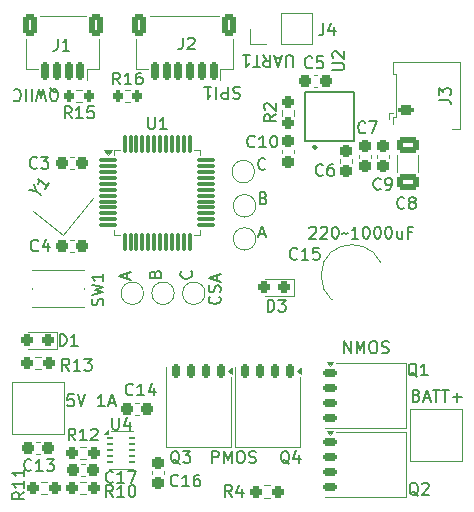
<source format=gbr>
%TF.GenerationSoftware,KiCad,Pcbnew,8.0.3-8.0.3-0~ubuntu22.04.1*%
%TF.CreationDate,2024-07-06T17:26:30-06:00*%
%TF.ProjectId,stm32g070 and DRV8311 single motor board - V1 Alpha,73746d33-3267-4303-9730-20616e642044,rev?*%
%TF.SameCoordinates,Original*%
%TF.FileFunction,Legend,Top*%
%TF.FilePolarity,Positive*%
%FSLAX46Y46*%
G04 Gerber Fmt 4.6, Leading zero omitted, Abs format (unit mm)*
G04 Created by KiCad (PCBNEW 8.0.3-8.0.3-0~ubuntu22.04.1) date 2024-07-06 17:26:30*
%MOMM*%
%LPD*%
G01*
G04 APERTURE LIST*
G04 Aperture macros list*
%AMRoundRect*
0 Rectangle with rounded corners*
0 $1 Rounding radius*
0 $2 $3 $4 $5 $6 $7 $8 $9 X,Y pos of 4 corners*
0 Add a 4 corners polygon primitive as box body*
4,1,4,$2,$3,$4,$5,$6,$7,$8,$9,$2,$3,0*
0 Add four circle primitives for the rounded corners*
1,1,$1+$1,$2,$3*
1,1,$1+$1,$4,$5*
1,1,$1+$1,$6,$7*
1,1,$1+$1,$8,$9*
0 Add four rect primitives between the rounded corners*
20,1,$1+$1,$2,$3,$4,$5,0*
20,1,$1+$1,$4,$5,$6,$7,0*
20,1,$1+$1,$6,$7,$8,$9,0*
20,1,$1+$1,$8,$9,$2,$3,0*%
%AMRotRect*
0 Rectangle, with rotation*
0 The origin of the aperture is its center*
0 $1 length*
0 $2 width*
0 $3 Rotation angle, in degrees counterclockwise*
0 Add horizontal line*
21,1,$1,$2,0,0,$3*%
%AMFreePoly0*
4,1,9,2.100000,-2.000000,2.350000,-2.000000,2.350000,-3.500000,-2.350000,-3.500000,-2.350000,-2.000000,-2.100000,-2.000000,-2.100000,1.100000,2.100000,1.100000,2.100000,-2.000000,2.100000,-2.000000,$1*%
G04 Aperture macros list end*
%ADD10C,0.150000*%
%ADD11C,0.120000*%
%ADD12C,0.250000*%
%ADD13C,0.100000*%
%ADD14RoundRect,0.237500X-0.250000X-0.237500X0.250000X-0.237500X0.250000X0.237500X-0.250000X0.237500X0*%
%ADD15RoundRect,0.237500X-0.300000X-0.237500X0.300000X-0.237500X0.300000X0.237500X-0.300000X0.237500X0*%
%ADD16RotRect,1.400000X1.200000X52.000000*%
%ADD17C,1.500000*%
%ADD18RoundRect,0.075000X-0.662500X-0.075000X0.662500X-0.075000X0.662500X0.075000X-0.662500X0.075000X0*%
%ADD19RoundRect,0.075000X-0.075000X-0.662500X0.075000X-0.662500X0.075000X0.662500X-0.075000X0.662500X0*%
%ADD20RoundRect,0.237500X0.237500X-0.300000X0.237500X0.300000X-0.237500X0.300000X-0.237500X-0.300000X0*%
%ADD21RoundRect,0.237500X-0.237500X0.300000X-0.237500X-0.300000X0.237500X-0.300000X0.237500X0.300000X0*%
%ADD22RoundRect,0.150000X0.150000X0.625000X-0.150000X0.625000X-0.150000X-0.625000X0.150000X-0.625000X0*%
%ADD23RoundRect,0.250000X0.350000X0.650000X-0.350000X0.650000X-0.350000X-0.650000X0.350000X-0.650000X0*%
%ADD24RoundRect,0.200000X0.450000X-0.200000X0.450000X0.200000X-0.450000X0.200000X-0.450000X-0.200000X0*%
%ADD25O,1.300000X0.800000*%
%ADD26C,1.200000*%
%ADD27RoundRect,0.237500X0.287500X0.237500X-0.287500X0.237500X-0.287500X-0.237500X0.287500X-0.237500X0*%
%ADD28RoundRect,0.062500X-0.187500X-0.062500X0.187500X-0.062500X0.187500X0.062500X-0.187500X0.062500X0*%
%ADD29C,0.600000*%
%ADD30R,0.840000X2.400000*%
%ADD31R,1.700000X1.700000*%
%ADD32O,1.700000X1.700000*%
%ADD33R,0.200000X0.469999*%
%ADD34R,0.469999X0.200000*%
%ADD35R,1.899999X1.899999*%
%ADD36RoundRect,0.237500X0.250000X0.237500X-0.250000X0.237500X-0.250000X-0.237500X0.250000X-0.237500X0*%
%ADD37RoundRect,0.175000X0.400000X-0.175000X0.400000X0.175000X-0.400000X0.175000X-0.400000X-0.175000X0*%
%ADD38FreePoly0,90.000000*%
%ADD39RoundRect,0.175000X-0.175000X-0.400000X0.175000X-0.400000X0.175000X0.400000X-0.175000X0.400000X0*%
%ADD40FreePoly0,0.000000*%
%ADD41R,4.000000X4.000000*%
%ADD42RoundRect,0.237500X0.300000X0.237500X-0.300000X0.237500X-0.300000X-0.237500X0.300000X-0.237500X0*%
%ADD43R,0.900000X1.000000*%
%ADD44RoundRect,0.237500X-0.237500X0.250000X-0.237500X-0.250000X0.237500X-0.250000X0.237500X0.250000X0*%
%ADD45RoundRect,0.200000X-0.200000X-0.275000X0.200000X-0.275000X0.200000X0.275000X-0.200000X0.275000X0*%
%ADD46RoundRect,0.250000X-0.650000X0.412500X-0.650000X-0.412500X0.650000X-0.412500X0.650000X0.412500X0*%
%ADD47RoundRect,0.200000X0.200000X0.275000X-0.200000X0.275000X-0.200000X-0.275000X0.200000X-0.275000X0*%
G04 APERTURE END LIST*
D10*
X140574580Y-112691792D02*
X140622200Y-112739411D01*
X140622200Y-112739411D02*
X140669819Y-112882268D01*
X140669819Y-112882268D02*
X140669819Y-112977506D01*
X140669819Y-112977506D02*
X140622200Y-113120363D01*
X140622200Y-113120363D02*
X140526961Y-113215601D01*
X140526961Y-113215601D02*
X140431723Y-113263220D01*
X140431723Y-113263220D02*
X140241247Y-113310839D01*
X140241247Y-113310839D02*
X140098390Y-113310839D01*
X140098390Y-113310839D02*
X139907914Y-113263220D01*
X139907914Y-113263220D02*
X139812676Y-113215601D01*
X139812676Y-113215601D02*
X139717438Y-113120363D01*
X139717438Y-113120363D02*
X139669819Y-112977506D01*
X139669819Y-112977506D02*
X139669819Y-112882268D01*
X139669819Y-112882268D02*
X139717438Y-112739411D01*
X139717438Y-112739411D02*
X139765057Y-112691792D01*
X140622200Y-112310839D02*
X140669819Y-112167982D01*
X140669819Y-112167982D02*
X140669819Y-111929887D01*
X140669819Y-111929887D02*
X140622200Y-111834649D01*
X140622200Y-111834649D02*
X140574580Y-111787030D01*
X140574580Y-111787030D02*
X140479342Y-111739411D01*
X140479342Y-111739411D02*
X140384104Y-111739411D01*
X140384104Y-111739411D02*
X140288866Y-111787030D01*
X140288866Y-111787030D02*
X140241247Y-111834649D01*
X140241247Y-111834649D02*
X140193628Y-111929887D01*
X140193628Y-111929887D02*
X140146009Y-112120363D01*
X140146009Y-112120363D02*
X140098390Y-112215601D01*
X140098390Y-112215601D02*
X140050771Y-112263220D01*
X140050771Y-112263220D02*
X139955533Y-112310839D01*
X139955533Y-112310839D02*
X139860295Y-112310839D01*
X139860295Y-112310839D02*
X139765057Y-112263220D01*
X139765057Y-112263220D02*
X139717438Y-112215601D01*
X139717438Y-112215601D02*
X139669819Y-112120363D01*
X139669819Y-112120363D02*
X139669819Y-111882268D01*
X139669819Y-111882268D02*
X139717438Y-111739411D01*
X140384104Y-111358458D02*
X140384104Y-110882268D01*
X140669819Y-111453696D02*
X139669819Y-111120363D01*
X139669819Y-111120363D02*
X140669819Y-110787030D01*
X138174580Y-110541792D02*
X138222200Y-110589411D01*
X138222200Y-110589411D02*
X138269819Y-110732268D01*
X138269819Y-110732268D02*
X138269819Y-110827506D01*
X138269819Y-110827506D02*
X138222200Y-110970363D01*
X138222200Y-110970363D02*
X138126961Y-111065601D01*
X138126961Y-111065601D02*
X138031723Y-111113220D01*
X138031723Y-111113220D02*
X137841247Y-111160839D01*
X137841247Y-111160839D02*
X137698390Y-111160839D01*
X137698390Y-111160839D02*
X137507914Y-111113220D01*
X137507914Y-111113220D02*
X137412676Y-111065601D01*
X137412676Y-111065601D02*
X137317438Y-110970363D01*
X137317438Y-110970363D02*
X137269819Y-110827506D01*
X137269819Y-110827506D02*
X137269819Y-110732268D01*
X137269819Y-110732268D02*
X137317438Y-110589411D01*
X137317438Y-110589411D02*
X137365057Y-110541792D01*
X144458207Y-101874580D02*
X144410588Y-101922200D01*
X144410588Y-101922200D02*
X144267731Y-101969819D01*
X144267731Y-101969819D02*
X144172493Y-101969819D01*
X144172493Y-101969819D02*
X144029636Y-101922200D01*
X144029636Y-101922200D02*
X143934398Y-101826961D01*
X143934398Y-101826961D02*
X143886779Y-101731723D01*
X143886779Y-101731723D02*
X143839160Y-101541247D01*
X143839160Y-101541247D02*
X143839160Y-101398390D01*
X143839160Y-101398390D02*
X143886779Y-101207914D01*
X143886779Y-101207914D02*
X143934398Y-101112676D01*
X143934398Y-101112676D02*
X144029636Y-101017438D01*
X144029636Y-101017438D02*
X144172493Y-100969819D01*
X144172493Y-100969819D02*
X144267731Y-100969819D01*
X144267731Y-100969819D02*
X144410588Y-101017438D01*
X144410588Y-101017438D02*
X144458207Y-101065057D01*
X139936779Y-126769819D02*
X139936779Y-125769819D01*
X139936779Y-125769819D02*
X140317731Y-125769819D01*
X140317731Y-125769819D02*
X140412969Y-125817438D01*
X140412969Y-125817438D02*
X140460588Y-125865057D01*
X140460588Y-125865057D02*
X140508207Y-125960295D01*
X140508207Y-125960295D02*
X140508207Y-126103152D01*
X140508207Y-126103152D02*
X140460588Y-126198390D01*
X140460588Y-126198390D02*
X140412969Y-126246009D01*
X140412969Y-126246009D02*
X140317731Y-126293628D01*
X140317731Y-126293628D02*
X139936779Y-126293628D01*
X140936779Y-126769819D02*
X140936779Y-125769819D01*
X140936779Y-125769819D02*
X141270112Y-126484104D01*
X141270112Y-126484104D02*
X141603445Y-125769819D01*
X141603445Y-125769819D02*
X141603445Y-126769819D01*
X142270112Y-125769819D02*
X142460588Y-125769819D01*
X142460588Y-125769819D02*
X142555826Y-125817438D01*
X142555826Y-125817438D02*
X142651064Y-125912676D01*
X142651064Y-125912676D02*
X142698683Y-126103152D01*
X142698683Y-126103152D02*
X142698683Y-126436485D01*
X142698683Y-126436485D02*
X142651064Y-126626961D01*
X142651064Y-126626961D02*
X142555826Y-126722200D01*
X142555826Y-126722200D02*
X142460588Y-126769819D01*
X142460588Y-126769819D02*
X142270112Y-126769819D01*
X142270112Y-126769819D02*
X142174874Y-126722200D01*
X142174874Y-126722200D02*
X142079636Y-126626961D01*
X142079636Y-126626961D02*
X142032017Y-126436485D01*
X142032017Y-126436485D02*
X142032017Y-126103152D01*
X142032017Y-126103152D02*
X142079636Y-125912676D01*
X142079636Y-125912676D02*
X142174874Y-125817438D01*
X142174874Y-125817438D02*
X142270112Y-125769819D01*
X143079636Y-126722200D02*
X143222493Y-126769819D01*
X143222493Y-126769819D02*
X143460588Y-126769819D01*
X143460588Y-126769819D02*
X143555826Y-126722200D01*
X143555826Y-126722200D02*
X143603445Y-126674580D01*
X143603445Y-126674580D02*
X143651064Y-126579342D01*
X143651064Y-126579342D02*
X143651064Y-126484104D01*
X143651064Y-126484104D02*
X143603445Y-126388866D01*
X143603445Y-126388866D02*
X143555826Y-126341247D01*
X143555826Y-126341247D02*
X143460588Y-126293628D01*
X143460588Y-126293628D02*
X143270112Y-126246009D01*
X143270112Y-126246009D02*
X143174874Y-126198390D01*
X143174874Y-126198390D02*
X143127255Y-126150771D01*
X143127255Y-126150771D02*
X143079636Y-126055533D01*
X143079636Y-126055533D02*
X143079636Y-125960295D01*
X143079636Y-125960295D02*
X143127255Y-125865057D01*
X143127255Y-125865057D02*
X143174874Y-125817438D01*
X143174874Y-125817438D02*
X143270112Y-125769819D01*
X143270112Y-125769819D02*
X143508207Y-125769819D01*
X143508207Y-125769819D02*
X143651064Y-125817438D01*
X157270112Y-121046009D02*
X157412969Y-121093628D01*
X157412969Y-121093628D02*
X157460588Y-121141247D01*
X157460588Y-121141247D02*
X157508207Y-121236485D01*
X157508207Y-121236485D02*
X157508207Y-121379342D01*
X157508207Y-121379342D02*
X157460588Y-121474580D01*
X157460588Y-121474580D02*
X157412969Y-121522200D01*
X157412969Y-121522200D02*
X157317731Y-121569819D01*
X157317731Y-121569819D02*
X156936779Y-121569819D01*
X156936779Y-121569819D02*
X156936779Y-120569819D01*
X156936779Y-120569819D02*
X157270112Y-120569819D01*
X157270112Y-120569819D02*
X157365350Y-120617438D01*
X157365350Y-120617438D02*
X157412969Y-120665057D01*
X157412969Y-120665057D02*
X157460588Y-120760295D01*
X157460588Y-120760295D02*
X157460588Y-120855533D01*
X157460588Y-120855533D02*
X157412969Y-120950771D01*
X157412969Y-120950771D02*
X157365350Y-120998390D01*
X157365350Y-120998390D02*
X157270112Y-121046009D01*
X157270112Y-121046009D02*
X156936779Y-121046009D01*
X157889160Y-121284104D02*
X158365350Y-121284104D01*
X157793922Y-121569819D02*
X158127255Y-120569819D01*
X158127255Y-120569819D02*
X158460588Y-121569819D01*
X158651065Y-120569819D02*
X159222493Y-120569819D01*
X158936779Y-121569819D02*
X158936779Y-120569819D01*
X159412970Y-120569819D02*
X159984398Y-120569819D01*
X159698684Y-121569819D02*
X159698684Y-120569819D01*
X160317732Y-121188866D02*
X161079637Y-121188866D01*
X160698684Y-121569819D02*
X160698684Y-120807914D01*
X135146009Y-110779887D02*
X135193628Y-110637030D01*
X135193628Y-110637030D02*
X135241247Y-110589411D01*
X135241247Y-110589411D02*
X135336485Y-110541792D01*
X135336485Y-110541792D02*
X135479342Y-110541792D01*
X135479342Y-110541792D02*
X135574580Y-110589411D01*
X135574580Y-110589411D02*
X135622200Y-110637030D01*
X135622200Y-110637030D02*
X135669819Y-110732268D01*
X135669819Y-110732268D02*
X135669819Y-111113220D01*
X135669819Y-111113220D02*
X134669819Y-111113220D01*
X134669819Y-111113220D02*
X134669819Y-110779887D01*
X134669819Y-110779887D02*
X134717438Y-110684649D01*
X134717438Y-110684649D02*
X134765057Y-110637030D01*
X134765057Y-110637030D02*
X134860295Y-110589411D01*
X134860295Y-110589411D02*
X134955533Y-110589411D01*
X134955533Y-110589411D02*
X135050771Y-110637030D01*
X135050771Y-110637030D02*
X135098390Y-110684649D01*
X135098390Y-110684649D02*
X135146009Y-110779887D01*
X135146009Y-110779887D02*
X135146009Y-111113220D01*
X132784104Y-111160839D02*
X132784104Y-110684649D01*
X133069819Y-111256077D02*
X132069819Y-110922744D01*
X132069819Y-110922744D02*
X133069819Y-110589411D01*
X143939160Y-107384104D02*
X144415350Y-107384104D01*
X143843922Y-107669819D02*
X144177255Y-106669819D01*
X144177255Y-106669819D02*
X144510588Y-107669819D01*
X126196554Y-95034942D02*
X126291792Y-95082561D01*
X126291792Y-95082561D02*
X126387030Y-95177800D01*
X126387030Y-95177800D02*
X126529887Y-95320657D01*
X126529887Y-95320657D02*
X126625125Y-95368276D01*
X126625125Y-95368276D02*
X126720363Y-95368276D01*
X126672744Y-95130180D02*
X126767982Y-95177800D01*
X126767982Y-95177800D02*
X126863220Y-95273038D01*
X126863220Y-95273038D02*
X126910839Y-95463514D01*
X126910839Y-95463514D02*
X126910839Y-95796847D01*
X126910839Y-95796847D02*
X126863220Y-95987323D01*
X126863220Y-95987323D02*
X126767982Y-96082561D01*
X126767982Y-96082561D02*
X126672744Y-96130180D01*
X126672744Y-96130180D02*
X126482268Y-96130180D01*
X126482268Y-96130180D02*
X126387030Y-96082561D01*
X126387030Y-96082561D02*
X126291792Y-95987323D01*
X126291792Y-95987323D02*
X126244173Y-95796847D01*
X126244173Y-95796847D02*
X126244173Y-95463514D01*
X126244173Y-95463514D02*
X126291792Y-95273038D01*
X126291792Y-95273038D02*
X126387030Y-95177800D01*
X126387030Y-95177800D02*
X126482268Y-95130180D01*
X126482268Y-95130180D02*
X126672744Y-95130180D01*
X125910839Y-96130180D02*
X125672744Y-95130180D01*
X125672744Y-95130180D02*
X125482268Y-95844466D01*
X125482268Y-95844466D02*
X125291792Y-95130180D01*
X125291792Y-95130180D02*
X125053697Y-96130180D01*
X124672744Y-95130180D02*
X124672744Y-96130180D01*
X124196554Y-95130180D02*
X124196554Y-96130180D01*
X123148936Y-95225419D02*
X123196555Y-95177800D01*
X123196555Y-95177800D02*
X123339412Y-95130180D01*
X123339412Y-95130180D02*
X123434650Y-95130180D01*
X123434650Y-95130180D02*
X123577507Y-95177800D01*
X123577507Y-95177800D02*
X123672745Y-95273038D01*
X123672745Y-95273038D02*
X123720364Y-95368276D01*
X123720364Y-95368276D02*
X123767983Y-95558752D01*
X123767983Y-95558752D02*
X123767983Y-95701609D01*
X123767983Y-95701609D02*
X123720364Y-95892085D01*
X123720364Y-95892085D02*
X123672745Y-95987323D01*
X123672745Y-95987323D02*
X123577507Y-96082561D01*
X123577507Y-96082561D02*
X123434650Y-96130180D01*
X123434650Y-96130180D02*
X123339412Y-96130180D01*
X123339412Y-96130180D02*
X123196555Y-96082561D01*
X123196555Y-96082561D02*
X123148936Y-96034942D01*
X148189160Y-106865057D02*
X148236779Y-106817438D01*
X148236779Y-106817438D02*
X148332017Y-106769819D01*
X148332017Y-106769819D02*
X148570112Y-106769819D01*
X148570112Y-106769819D02*
X148665350Y-106817438D01*
X148665350Y-106817438D02*
X148712969Y-106865057D01*
X148712969Y-106865057D02*
X148760588Y-106960295D01*
X148760588Y-106960295D02*
X148760588Y-107055533D01*
X148760588Y-107055533D02*
X148712969Y-107198390D01*
X148712969Y-107198390D02*
X148141541Y-107769819D01*
X148141541Y-107769819D02*
X148760588Y-107769819D01*
X149141541Y-106865057D02*
X149189160Y-106817438D01*
X149189160Y-106817438D02*
X149284398Y-106769819D01*
X149284398Y-106769819D02*
X149522493Y-106769819D01*
X149522493Y-106769819D02*
X149617731Y-106817438D01*
X149617731Y-106817438D02*
X149665350Y-106865057D01*
X149665350Y-106865057D02*
X149712969Y-106960295D01*
X149712969Y-106960295D02*
X149712969Y-107055533D01*
X149712969Y-107055533D02*
X149665350Y-107198390D01*
X149665350Y-107198390D02*
X149093922Y-107769819D01*
X149093922Y-107769819D02*
X149712969Y-107769819D01*
X150332017Y-106769819D02*
X150427255Y-106769819D01*
X150427255Y-106769819D02*
X150522493Y-106817438D01*
X150522493Y-106817438D02*
X150570112Y-106865057D01*
X150570112Y-106865057D02*
X150617731Y-106960295D01*
X150617731Y-106960295D02*
X150665350Y-107150771D01*
X150665350Y-107150771D02*
X150665350Y-107388866D01*
X150665350Y-107388866D02*
X150617731Y-107579342D01*
X150617731Y-107579342D02*
X150570112Y-107674580D01*
X150570112Y-107674580D02*
X150522493Y-107722200D01*
X150522493Y-107722200D02*
X150427255Y-107769819D01*
X150427255Y-107769819D02*
X150332017Y-107769819D01*
X150332017Y-107769819D02*
X150236779Y-107722200D01*
X150236779Y-107722200D02*
X150189160Y-107674580D01*
X150189160Y-107674580D02*
X150141541Y-107579342D01*
X150141541Y-107579342D02*
X150093922Y-107388866D01*
X150093922Y-107388866D02*
X150093922Y-107150771D01*
X150093922Y-107150771D02*
X150141541Y-106960295D01*
X150141541Y-106960295D02*
X150189160Y-106865057D01*
X150189160Y-106865057D02*
X150236779Y-106817438D01*
X150236779Y-106817438D02*
X150332017Y-106769819D01*
X150951065Y-107388866D02*
X150998684Y-107341247D01*
X150998684Y-107341247D02*
X151093922Y-107293628D01*
X151093922Y-107293628D02*
X151284398Y-107388866D01*
X151284398Y-107388866D02*
X151379636Y-107341247D01*
X151379636Y-107341247D02*
X151427255Y-107293628D01*
X152332017Y-107769819D02*
X151760589Y-107769819D01*
X152046303Y-107769819D02*
X152046303Y-106769819D01*
X152046303Y-106769819D02*
X151951065Y-106912676D01*
X151951065Y-106912676D02*
X151855827Y-107007914D01*
X151855827Y-107007914D02*
X151760589Y-107055533D01*
X152951065Y-106769819D02*
X153046303Y-106769819D01*
X153046303Y-106769819D02*
X153141541Y-106817438D01*
X153141541Y-106817438D02*
X153189160Y-106865057D01*
X153189160Y-106865057D02*
X153236779Y-106960295D01*
X153236779Y-106960295D02*
X153284398Y-107150771D01*
X153284398Y-107150771D02*
X153284398Y-107388866D01*
X153284398Y-107388866D02*
X153236779Y-107579342D01*
X153236779Y-107579342D02*
X153189160Y-107674580D01*
X153189160Y-107674580D02*
X153141541Y-107722200D01*
X153141541Y-107722200D02*
X153046303Y-107769819D01*
X153046303Y-107769819D02*
X152951065Y-107769819D01*
X152951065Y-107769819D02*
X152855827Y-107722200D01*
X152855827Y-107722200D02*
X152808208Y-107674580D01*
X152808208Y-107674580D02*
X152760589Y-107579342D01*
X152760589Y-107579342D02*
X152712970Y-107388866D01*
X152712970Y-107388866D02*
X152712970Y-107150771D01*
X152712970Y-107150771D02*
X152760589Y-106960295D01*
X152760589Y-106960295D02*
X152808208Y-106865057D01*
X152808208Y-106865057D02*
X152855827Y-106817438D01*
X152855827Y-106817438D02*
X152951065Y-106769819D01*
X153903446Y-106769819D02*
X153998684Y-106769819D01*
X153998684Y-106769819D02*
X154093922Y-106817438D01*
X154093922Y-106817438D02*
X154141541Y-106865057D01*
X154141541Y-106865057D02*
X154189160Y-106960295D01*
X154189160Y-106960295D02*
X154236779Y-107150771D01*
X154236779Y-107150771D02*
X154236779Y-107388866D01*
X154236779Y-107388866D02*
X154189160Y-107579342D01*
X154189160Y-107579342D02*
X154141541Y-107674580D01*
X154141541Y-107674580D02*
X154093922Y-107722200D01*
X154093922Y-107722200D02*
X153998684Y-107769819D01*
X153998684Y-107769819D02*
X153903446Y-107769819D01*
X153903446Y-107769819D02*
X153808208Y-107722200D01*
X153808208Y-107722200D02*
X153760589Y-107674580D01*
X153760589Y-107674580D02*
X153712970Y-107579342D01*
X153712970Y-107579342D02*
X153665351Y-107388866D01*
X153665351Y-107388866D02*
X153665351Y-107150771D01*
X153665351Y-107150771D02*
X153712970Y-106960295D01*
X153712970Y-106960295D02*
X153760589Y-106865057D01*
X153760589Y-106865057D02*
X153808208Y-106817438D01*
X153808208Y-106817438D02*
X153903446Y-106769819D01*
X154855827Y-106769819D02*
X154951065Y-106769819D01*
X154951065Y-106769819D02*
X155046303Y-106817438D01*
X155046303Y-106817438D02*
X155093922Y-106865057D01*
X155093922Y-106865057D02*
X155141541Y-106960295D01*
X155141541Y-106960295D02*
X155189160Y-107150771D01*
X155189160Y-107150771D02*
X155189160Y-107388866D01*
X155189160Y-107388866D02*
X155141541Y-107579342D01*
X155141541Y-107579342D02*
X155093922Y-107674580D01*
X155093922Y-107674580D02*
X155046303Y-107722200D01*
X155046303Y-107722200D02*
X154951065Y-107769819D01*
X154951065Y-107769819D02*
X154855827Y-107769819D01*
X154855827Y-107769819D02*
X154760589Y-107722200D01*
X154760589Y-107722200D02*
X154712970Y-107674580D01*
X154712970Y-107674580D02*
X154665351Y-107579342D01*
X154665351Y-107579342D02*
X154617732Y-107388866D01*
X154617732Y-107388866D02*
X154617732Y-107150771D01*
X154617732Y-107150771D02*
X154665351Y-106960295D01*
X154665351Y-106960295D02*
X154712970Y-106865057D01*
X154712970Y-106865057D02*
X154760589Y-106817438D01*
X154760589Y-106817438D02*
X154855827Y-106769819D01*
X156046303Y-107103152D02*
X156046303Y-107769819D01*
X155617732Y-107103152D02*
X155617732Y-107626961D01*
X155617732Y-107626961D02*
X155665351Y-107722200D01*
X155665351Y-107722200D02*
X155760589Y-107769819D01*
X155760589Y-107769819D02*
X155903446Y-107769819D01*
X155903446Y-107769819D02*
X155998684Y-107722200D01*
X155998684Y-107722200D02*
X156046303Y-107674580D01*
X156855827Y-107246009D02*
X156522494Y-107246009D01*
X156522494Y-107769819D02*
X156522494Y-106769819D01*
X156522494Y-106769819D02*
X156998684Y-106769819D01*
X144320112Y-104346009D02*
X144462969Y-104393628D01*
X144462969Y-104393628D02*
X144510588Y-104441247D01*
X144510588Y-104441247D02*
X144558207Y-104536485D01*
X144558207Y-104536485D02*
X144558207Y-104679342D01*
X144558207Y-104679342D02*
X144510588Y-104774580D01*
X144510588Y-104774580D02*
X144462969Y-104822200D01*
X144462969Y-104822200D02*
X144367731Y-104869819D01*
X144367731Y-104869819D02*
X143986779Y-104869819D01*
X143986779Y-104869819D02*
X143986779Y-103869819D01*
X143986779Y-103869819D02*
X144320112Y-103869819D01*
X144320112Y-103869819D02*
X144415350Y-103917438D01*
X144415350Y-103917438D02*
X144462969Y-103965057D01*
X144462969Y-103965057D02*
X144510588Y-104060295D01*
X144510588Y-104060295D02*
X144510588Y-104155533D01*
X144510588Y-104155533D02*
X144462969Y-104250771D01*
X144462969Y-104250771D02*
X144415350Y-104298390D01*
X144415350Y-104298390D02*
X144320112Y-104346009D01*
X144320112Y-104346009D02*
X143986779Y-104346009D01*
X151136779Y-117469819D02*
X151136779Y-116469819D01*
X151136779Y-116469819D02*
X151708207Y-117469819D01*
X151708207Y-117469819D02*
X151708207Y-116469819D01*
X152184398Y-117469819D02*
X152184398Y-116469819D01*
X152184398Y-116469819D02*
X152517731Y-117184104D01*
X152517731Y-117184104D02*
X152851064Y-116469819D01*
X152851064Y-116469819D02*
X152851064Y-117469819D01*
X153517731Y-116469819D02*
X153708207Y-116469819D01*
X153708207Y-116469819D02*
X153803445Y-116517438D01*
X153803445Y-116517438D02*
X153898683Y-116612676D01*
X153898683Y-116612676D02*
X153946302Y-116803152D01*
X153946302Y-116803152D02*
X153946302Y-117136485D01*
X153946302Y-117136485D02*
X153898683Y-117326961D01*
X153898683Y-117326961D02*
X153803445Y-117422200D01*
X153803445Y-117422200D02*
X153708207Y-117469819D01*
X153708207Y-117469819D02*
X153517731Y-117469819D01*
X153517731Y-117469819D02*
X153422493Y-117422200D01*
X153422493Y-117422200D02*
X153327255Y-117326961D01*
X153327255Y-117326961D02*
X153279636Y-117136485D01*
X153279636Y-117136485D02*
X153279636Y-116803152D01*
X153279636Y-116803152D02*
X153327255Y-116612676D01*
X153327255Y-116612676D02*
X153422493Y-116517438D01*
X153422493Y-116517438D02*
X153517731Y-116469819D01*
X154327255Y-117422200D02*
X154470112Y-117469819D01*
X154470112Y-117469819D02*
X154708207Y-117469819D01*
X154708207Y-117469819D02*
X154803445Y-117422200D01*
X154803445Y-117422200D02*
X154851064Y-117374580D01*
X154851064Y-117374580D02*
X154898683Y-117279342D01*
X154898683Y-117279342D02*
X154898683Y-117184104D01*
X154898683Y-117184104D02*
X154851064Y-117088866D01*
X154851064Y-117088866D02*
X154803445Y-117041247D01*
X154803445Y-117041247D02*
X154708207Y-116993628D01*
X154708207Y-116993628D02*
X154517731Y-116946009D01*
X154517731Y-116946009D02*
X154422493Y-116898390D01*
X154422493Y-116898390D02*
X154374874Y-116850771D01*
X154374874Y-116850771D02*
X154327255Y-116755533D01*
X154327255Y-116755533D02*
X154327255Y-116660295D01*
X154327255Y-116660295D02*
X154374874Y-116565057D01*
X154374874Y-116565057D02*
X154422493Y-116517438D01*
X154422493Y-116517438D02*
X154517731Y-116469819D01*
X154517731Y-116469819D02*
X154755826Y-116469819D01*
X154755826Y-116469819D02*
X154898683Y-116517438D01*
X146763220Y-93230180D02*
X146763220Y-92420657D01*
X146763220Y-92420657D02*
X146715601Y-92325419D01*
X146715601Y-92325419D02*
X146667982Y-92277800D01*
X146667982Y-92277800D02*
X146572744Y-92230180D01*
X146572744Y-92230180D02*
X146382268Y-92230180D01*
X146382268Y-92230180D02*
X146287030Y-92277800D01*
X146287030Y-92277800D02*
X146239411Y-92325419D01*
X146239411Y-92325419D02*
X146191792Y-92420657D01*
X146191792Y-92420657D02*
X146191792Y-93230180D01*
X145763220Y-92515895D02*
X145287030Y-92515895D01*
X145858458Y-92230180D02*
X145525125Y-93230180D01*
X145525125Y-93230180D02*
X145191792Y-92230180D01*
X144287030Y-92230180D02*
X144620363Y-92706371D01*
X144858458Y-92230180D02*
X144858458Y-93230180D01*
X144858458Y-93230180D02*
X144477506Y-93230180D01*
X144477506Y-93230180D02*
X144382268Y-93182561D01*
X144382268Y-93182561D02*
X144334649Y-93134942D01*
X144334649Y-93134942D02*
X144287030Y-93039704D01*
X144287030Y-93039704D02*
X144287030Y-92896847D01*
X144287030Y-92896847D02*
X144334649Y-92801609D01*
X144334649Y-92801609D02*
X144382268Y-92753990D01*
X144382268Y-92753990D02*
X144477506Y-92706371D01*
X144477506Y-92706371D02*
X144858458Y-92706371D01*
X144001315Y-93230180D02*
X143429887Y-93230180D01*
X143715601Y-92230180D02*
X143715601Y-93230180D01*
X142572744Y-92230180D02*
X143144172Y-92230180D01*
X142858458Y-92230180D02*
X142858458Y-93230180D01*
X142858458Y-93230180D02*
X142953696Y-93087323D01*
X142953696Y-93087323D02*
X143048934Y-92992085D01*
X143048934Y-92992085D02*
X143144172Y-92944466D01*
X128225469Y-120969819D02*
X127749279Y-120969819D01*
X127749279Y-120969819D02*
X127701660Y-121446009D01*
X127701660Y-121446009D02*
X127749279Y-121398390D01*
X127749279Y-121398390D02*
X127844517Y-121350771D01*
X127844517Y-121350771D02*
X128082612Y-121350771D01*
X128082612Y-121350771D02*
X128177850Y-121398390D01*
X128177850Y-121398390D02*
X128225469Y-121446009D01*
X128225469Y-121446009D02*
X128273088Y-121541247D01*
X128273088Y-121541247D02*
X128273088Y-121779342D01*
X128273088Y-121779342D02*
X128225469Y-121874580D01*
X128225469Y-121874580D02*
X128177850Y-121922200D01*
X128177850Y-121922200D02*
X128082612Y-121969819D01*
X128082612Y-121969819D02*
X127844517Y-121969819D01*
X127844517Y-121969819D02*
X127749279Y-121922200D01*
X127749279Y-121922200D02*
X127701660Y-121874580D01*
X128558803Y-120969819D02*
X128892136Y-121969819D01*
X128892136Y-121969819D02*
X129225469Y-120969819D01*
X130844517Y-121969819D02*
X130273089Y-121969819D01*
X130558803Y-121969819D02*
X130558803Y-120969819D01*
X130558803Y-120969819D02*
X130463565Y-121112676D01*
X130463565Y-121112676D02*
X130368327Y-121207914D01*
X130368327Y-121207914D02*
X130273089Y-121255533D01*
X131225470Y-121684104D02*
X131701660Y-121684104D01*
X131130232Y-121969819D02*
X131463565Y-120969819D01*
X131463565Y-120969819D02*
X131796898Y-121969819D01*
X142310839Y-94977800D02*
X142167982Y-94930180D01*
X142167982Y-94930180D02*
X141929887Y-94930180D01*
X141929887Y-94930180D02*
X141834649Y-94977800D01*
X141834649Y-94977800D02*
X141787030Y-95025419D01*
X141787030Y-95025419D02*
X141739411Y-95120657D01*
X141739411Y-95120657D02*
X141739411Y-95215895D01*
X141739411Y-95215895D02*
X141787030Y-95311133D01*
X141787030Y-95311133D02*
X141834649Y-95358752D01*
X141834649Y-95358752D02*
X141929887Y-95406371D01*
X141929887Y-95406371D02*
X142120363Y-95453990D01*
X142120363Y-95453990D02*
X142215601Y-95501609D01*
X142215601Y-95501609D02*
X142263220Y-95549228D01*
X142263220Y-95549228D02*
X142310839Y-95644466D01*
X142310839Y-95644466D02*
X142310839Y-95739704D01*
X142310839Y-95739704D02*
X142263220Y-95834942D01*
X142263220Y-95834942D02*
X142215601Y-95882561D01*
X142215601Y-95882561D02*
X142120363Y-95930180D01*
X142120363Y-95930180D02*
X141882268Y-95930180D01*
X141882268Y-95930180D02*
X141739411Y-95882561D01*
X141310839Y-94930180D02*
X141310839Y-95930180D01*
X141310839Y-95930180D02*
X140929887Y-95930180D01*
X140929887Y-95930180D02*
X140834649Y-95882561D01*
X140834649Y-95882561D02*
X140787030Y-95834942D01*
X140787030Y-95834942D02*
X140739411Y-95739704D01*
X140739411Y-95739704D02*
X140739411Y-95596847D01*
X140739411Y-95596847D02*
X140787030Y-95501609D01*
X140787030Y-95501609D02*
X140834649Y-95453990D01*
X140834649Y-95453990D02*
X140929887Y-95406371D01*
X140929887Y-95406371D02*
X141310839Y-95406371D01*
X140310839Y-94930180D02*
X140310839Y-95930180D01*
X139310840Y-94930180D02*
X139882268Y-94930180D01*
X139596554Y-94930180D02*
X139596554Y-95930180D01*
X139596554Y-95930180D02*
X139691792Y-95787323D01*
X139691792Y-95787323D02*
X139787030Y-95692085D01*
X139787030Y-95692085D02*
X139882268Y-95644466D01*
X128369642Y-124854819D02*
X128036309Y-124378628D01*
X127798214Y-124854819D02*
X127798214Y-123854819D01*
X127798214Y-123854819D02*
X128179166Y-123854819D01*
X128179166Y-123854819D02*
X128274404Y-123902438D01*
X128274404Y-123902438D02*
X128322023Y-123950057D01*
X128322023Y-123950057D02*
X128369642Y-124045295D01*
X128369642Y-124045295D02*
X128369642Y-124188152D01*
X128369642Y-124188152D02*
X128322023Y-124283390D01*
X128322023Y-124283390D02*
X128274404Y-124331009D01*
X128274404Y-124331009D02*
X128179166Y-124378628D01*
X128179166Y-124378628D02*
X127798214Y-124378628D01*
X129322023Y-124854819D02*
X128750595Y-124854819D01*
X129036309Y-124854819D02*
X129036309Y-123854819D01*
X129036309Y-123854819D02*
X128941071Y-123997676D01*
X128941071Y-123997676D02*
X128845833Y-124092914D01*
X128845833Y-124092914D02*
X128750595Y-124140533D01*
X129702976Y-123950057D02*
X129750595Y-123902438D01*
X129750595Y-123902438D02*
X129845833Y-123854819D01*
X129845833Y-123854819D02*
X130083928Y-123854819D01*
X130083928Y-123854819D02*
X130179166Y-123902438D01*
X130179166Y-123902438D02*
X130226785Y-123950057D01*
X130226785Y-123950057D02*
X130274404Y-124045295D01*
X130274404Y-124045295D02*
X130274404Y-124140533D01*
X130274404Y-124140533D02*
X130226785Y-124283390D01*
X130226785Y-124283390D02*
X129655357Y-124854819D01*
X129655357Y-124854819D02*
X130274404Y-124854819D01*
X125133333Y-101759580D02*
X125085714Y-101807200D01*
X125085714Y-101807200D02*
X124942857Y-101854819D01*
X124942857Y-101854819D02*
X124847619Y-101854819D01*
X124847619Y-101854819D02*
X124704762Y-101807200D01*
X124704762Y-101807200D02*
X124609524Y-101711961D01*
X124609524Y-101711961D02*
X124561905Y-101616723D01*
X124561905Y-101616723D02*
X124514286Y-101426247D01*
X124514286Y-101426247D02*
X124514286Y-101283390D01*
X124514286Y-101283390D02*
X124561905Y-101092914D01*
X124561905Y-101092914D02*
X124609524Y-100997676D01*
X124609524Y-100997676D02*
X124704762Y-100902438D01*
X124704762Y-100902438D02*
X124847619Y-100854819D01*
X124847619Y-100854819D02*
X124942857Y-100854819D01*
X124942857Y-100854819D02*
X125085714Y-100902438D01*
X125085714Y-100902438D02*
X125133333Y-100950057D01*
X125466667Y-100854819D02*
X126085714Y-100854819D01*
X126085714Y-100854819D02*
X125752381Y-101235771D01*
X125752381Y-101235771D02*
X125895238Y-101235771D01*
X125895238Y-101235771D02*
X125990476Y-101283390D01*
X125990476Y-101283390D02*
X126038095Y-101331009D01*
X126038095Y-101331009D02*
X126085714Y-101426247D01*
X126085714Y-101426247D02*
X126085714Y-101664342D01*
X126085714Y-101664342D02*
X126038095Y-101759580D01*
X126038095Y-101759580D02*
X125990476Y-101807200D01*
X125990476Y-101807200D02*
X125895238Y-101854819D01*
X125895238Y-101854819D02*
X125609524Y-101854819D01*
X125609524Y-101854819D02*
X125514286Y-101807200D01*
X125514286Y-101807200D02*
X125466667Y-101759580D01*
X125059358Y-103753715D02*
X125434602Y-104046887D01*
X124441370Y-103693896D02*
X125059358Y-103753715D01*
X125059358Y-103753715D02*
X124851811Y-103168556D01*
X126167532Y-103108779D02*
X125815725Y-103559071D01*
X125991629Y-103333925D02*
X125203618Y-102718264D01*
X125203618Y-102718264D02*
X125257557Y-102881264D01*
X125257557Y-102881264D02*
X125273971Y-103014947D01*
X125273971Y-103014947D02*
X125252861Y-103119313D01*
X134538095Y-97490819D02*
X134538095Y-98300342D01*
X134538095Y-98300342D02*
X134585714Y-98395580D01*
X134585714Y-98395580D02*
X134633333Y-98443200D01*
X134633333Y-98443200D02*
X134728571Y-98490819D01*
X134728571Y-98490819D02*
X134919047Y-98490819D01*
X134919047Y-98490819D02*
X135014285Y-98443200D01*
X135014285Y-98443200D02*
X135061904Y-98395580D01*
X135061904Y-98395580D02*
X135109523Y-98300342D01*
X135109523Y-98300342D02*
X135109523Y-97490819D01*
X136109523Y-98490819D02*
X135538095Y-98490819D01*
X135823809Y-98490819D02*
X135823809Y-97490819D01*
X135823809Y-97490819D02*
X135728571Y-97633676D01*
X135728571Y-97633676D02*
X135633333Y-97728914D01*
X135633333Y-97728914D02*
X135538095Y-97776533D01*
X143557142Y-99959580D02*
X143509523Y-100007200D01*
X143509523Y-100007200D02*
X143366666Y-100054819D01*
X143366666Y-100054819D02*
X143271428Y-100054819D01*
X143271428Y-100054819D02*
X143128571Y-100007200D01*
X143128571Y-100007200D02*
X143033333Y-99911961D01*
X143033333Y-99911961D02*
X142985714Y-99816723D01*
X142985714Y-99816723D02*
X142938095Y-99626247D01*
X142938095Y-99626247D02*
X142938095Y-99483390D01*
X142938095Y-99483390D02*
X142985714Y-99292914D01*
X142985714Y-99292914D02*
X143033333Y-99197676D01*
X143033333Y-99197676D02*
X143128571Y-99102438D01*
X143128571Y-99102438D02*
X143271428Y-99054819D01*
X143271428Y-99054819D02*
X143366666Y-99054819D01*
X143366666Y-99054819D02*
X143509523Y-99102438D01*
X143509523Y-99102438D02*
X143557142Y-99150057D01*
X144509523Y-100054819D02*
X143938095Y-100054819D01*
X144223809Y-100054819D02*
X144223809Y-99054819D01*
X144223809Y-99054819D02*
X144128571Y-99197676D01*
X144128571Y-99197676D02*
X144033333Y-99292914D01*
X144033333Y-99292914D02*
X143938095Y-99340533D01*
X145128571Y-99054819D02*
X145223809Y-99054819D01*
X145223809Y-99054819D02*
X145319047Y-99102438D01*
X145319047Y-99102438D02*
X145366666Y-99150057D01*
X145366666Y-99150057D02*
X145414285Y-99245295D01*
X145414285Y-99245295D02*
X145461904Y-99435771D01*
X145461904Y-99435771D02*
X145461904Y-99673866D01*
X145461904Y-99673866D02*
X145414285Y-99864342D01*
X145414285Y-99864342D02*
X145366666Y-99959580D01*
X145366666Y-99959580D02*
X145319047Y-100007200D01*
X145319047Y-100007200D02*
X145223809Y-100054819D01*
X145223809Y-100054819D02*
X145128571Y-100054819D01*
X145128571Y-100054819D02*
X145033333Y-100007200D01*
X145033333Y-100007200D02*
X144985714Y-99959580D01*
X144985714Y-99959580D02*
X144938095Y-99864342D01*
X144938095Y-99864342D02*
X144890476Y-99673866D01*
X144890476Y-99673866D02*
X144890476Y-99435771D01*
X144890476Y-99435771D02*
X144938095Y-99245295D01*
X144938095Y-99245295D02*
X144985714Y-99150057D01*
X144985714Y-99150057D02*
X145033333Y-99102438D01*
X145033333Y-99102438D02*
X145128571Y-99054819D01*
X152933333Y-98759580D02*
X152885714Y-98807200D01*
X152885714Y-98807200D02*
X152742857Y-98854819D01*
X152742857Y-98854819D02*
X152647619Y-98854819D01*
X152647619Y-98854819D02*
X152504762Y-98807200D01*
X152504762Y-98807200D02*
X152409524Y-98711961D01*
X152409524Y-98711961D02*
X152361905Y-98616723D01*
X152361905Y-98616723D02*
X152314286Y-98426247D01*
X152314286Y-98426247D02*
X152314286Y-98283390D01*
X152314286Y-98283390D02*
X152361905Y-98092914D01*
X152361905Y-98092914D02*
X152409524Y-97997676D01*
X152409524Y-97997676D02*
X152504762Y-97902438D01*
X152504762Y-97902438D02*
X152647619Y-97854819D01*
X152647619Y-97854819D02*
X152742857Y-97854819D01*
X152742857Y-97854819D02*
X152885714Y-97902438D01*
X152885714Y-97902438D02*
X152933333Y-97950057D01*
X153266667Y-97854819D02*
X153933333Y-97854819D01*
X153933333Y-97854819D02*
X153504762Y-98854819D01*
X126866666Y-90854819D02*
X126866666Y-91569104D01*
X126866666Y-91569104D02*
X126819047Y-91711961D01*
X126819047Y-91711961D02*
X126723809Y-91807200D01*
X126723809Y-91807200D02*
X126580952Y-91854819D01*
X126580952Y-91854819D02*
X126485714Y-91854819D01*
X127866666Y-91854819D02*
X127295238Y-91854819D01*
X127580952Y-91854819D02*
X127580952Y-90854819D01*
X127580952Y-90854819D02*
X127485714Y-90997676D01*
X127485714Y-90997676D02*
X127390476Y-91092914D01*
X127390476Y-91092914D02*
X127295238Y-91140533D01*
X159154819Y-96033333D02*
X159869104Y-96033333D01*
X159869104Y-96033333D02*
X160011961Y-96080952D01*
X160011961Y-96080952D02*
X160107200Y-96176190D01*
X160107200Y-96176190D02*
X160154819Y-96319047D01*
X160154819Y-96319047D02*
X160154819Y-96414285D01*
X159154819Y-95652380D02*
X159154819Y-95033333D01*
X159154819Y-95033333D02*
X159535771Y-95366666D01*
X159535771Y-95366666D02*
X159535771Y-95223809D01*
X159535771Y-95223809D02*
X159583390Y-95128571D01*
X159583390Y-95128571D02*
X159631009Y-95080952D01*
X159631009Y-95080952D02*
X159726247Y-95033333D01*
X159726247Y-95033333D02*
X159964342Y-95033333D01*
X159964342Y-95033333D02*
X160059580Y-95080952D01*
X160059580Y-95080952D02*
X160107200Y-95128571D01*
X160107200Y-95128571D02*
X160154819Y-95223809D01*
X160154819Y-95223809D02*
X160154819Y-95509523D01*
X160154819Y-95509523D02*
X160107200Y-95604761D01*
X160107200Y-95604761D02*
X160059580Y-95652380D01*
X147157142Y-109459580D02*
X147109523Y-109507200D01*
X147109523Y-109507200D02*
X146966666Y-109554819D01*
X146966666Y-109554819D02*
X146871428Y-109554819D01*
X146871428Y-109554819D02*
X146728571Y-109507200D01*
X146728571Y-109507200D02*
X146633333Y-109411961D01*
X146633333Y-109411961D02*
X146585714Y-109316723D01*
X146585714Y-109316723D02*
X146538095Y-109126247D01*
X146538095Y-109126247D02*
X146538095Y-108983390D01*
X146538095Y-108983390D02*
X146585714Y-108792914D01*
X146585714Y-108792914D02*
X146633333Y-108697676D01*
X146633333Y-108697676D02*
X146728571Y-108602438D01*
X146728571Y-108602438D02*
X146871428Y-108554819D01*
X146871428Y-108554819D02*
X146966666Y-108554819D01*
X146966666Y-108554819D02*
X147109523Y-108602438D01*
X147109523Y-108602438D02*
X147157142Y-108650057D01*
X148109523Y-109554819D02*
X147538095Y-109554819D01*
X147823809Y-109554819D02*
X147823809Y-108554819D01*
X147823809Y-108554819D02*
X147728571Y-108697676D01*
X147728571Y-108697676D02*
X147633333Y-108792914D01*
X147633333Y-108792914D02*
X147538095Y-108840533D01*
X149014285Y-108554819D02*
X148538095Y-108554819D01*
X148538095Y-108554819D02*
X148490476Y-109031009D01*
X148490476Y-109031009D02*
X148538095Y-108983390D01*
X148538095Y-108983390D02*
X148633333Y-108935771D01*
X148633333Y-108935771D02*
X148871428Y-108935771D01*
X148871428Y-108935771D02*
X148966666Y-108983390D01*
X148966666Y-108983390D02*
X149014285Y-109031009D01*
X149014285Y-109031009D02*
X149061904Y-109126247D01*
X149061904Y-109126247D02*
X149061904Y-109364342D01*
X149061904Y-109364342D02*
X149014285Y-109459580D01*
X149014285Y-109459580D02*
X148966666Y-109507200D01*
X148966666Y-109507200D02*
X148871428Y-109554819D01*
X148871428Y-109554819D02*
X148633333Y-109554819D01*
X148633333Y-109554819D02*
X148538095Y-109507200D01*
X148538095Y-109507200D02*
X148490476Y-109459580D01*
X131557142Y-128359580D02*
X131509523Y-128407200D01*
X131509523Y-128407200D02*
X131366666Y-128454819D01*
X131366666Y-128454819D02*
X131271428Y-128454819D01*
X131271428Y-128454819D02*
X131128571Y-128407200D01*
X131128571Y-128407200D02*
X131033333Y-128311961D01*
X131033333Y-128311961D02*
X130985714Y-128216723D01*
X130985714Y-128216723D02*
X130938095Y-128026247D01*
X130938095Y-128026247D02*
X130938095Y-127883390D01*
X130938095Y-127883390D02*
X130985714Y-127692914D01*
X130985714Y-127692914D02*
X131033333Y-127597676D01*
X131033333Y-127597676D02*
X131128571Y-127502438D01*
X131128571Y-127502438D02*
X131271428Y-127454819D01*
X131271428Y-127454819D02*
X131366666Y-127454819D01*
X131366666Y-127454819D02*
X131509523Y-127502438D01*
X131509523Y-127502438D02*
X131557142Y-127550057D01*
X132509523Y-128454819D02*
X131938095Y-128454819D01*
X132223809Y-128454819D02*
X132223809Y-127454819D01*
X132223809Y-127454819D02*
X132128571Y-127597676D01*
X132128571Y-127597676D02*
X132033333Y-127692914D01*
X132033333Y-127692914D02*
X131938095Y-127740533D01*
X132842857Y-127454819D02*
X133509523Y-127454819D01*
X133509523Y-127454819D02*
X133080952Y-128454819D01*
X141633333Y-129654819D02*
X141300000Y-129178628D01*
X141061905Y-129654819D02*
X141061905Y-128654819D01*
X141061905Y-128654819D02*
X141442857Y-128654819D01*
X141442857Y-128654819D02*
X141538095Y-128702438D01*
X141538095Y-128702438D02*
X141585714Y-128750057D01*
X141585714Y-128750057D02*
X141633333Y-128845295D01*
X141633333Y-128845295D02*
X141633333Y-128988152D01*
X141633333Y-128988152D02*
X141585714Y-129083390D01*
X141585714Y-129083390D02*
X141538095Y-129131009D01*
X141538095Y-129131009D02*
X141442857Y-129178628D01*
X141442857Y-129178628D02*
X141061905Y-129178628D01*
X142490476Y-128988152D02*
X142490476Y-129654819D01*
X142252381Y-128607200D02*
X142014286Y-129321485D01*
X142014286Y-129321485D02*
X142633333Y-129321485D01*
X127061905Y-116854819D02*
X127061905Y-115854819D01*
X127061905Y-115854819D02*
X127300000Y-115854819D01*
X127300000Y-115854819D02*
X127442857Y-115902438D01*
X127442857Y-115902438D02*
X127538095Y-115997676D01*
X127538095Y-115997676D02*
X127585714Y-116092914D01*
X127585714Y-116092914D02*
X127633333Y-116283390D01*
X127633333Y-116283390D02*
X127633333Y-116426247D01*
X127633333Y-116426247D02*
X127585714Y-116616723D01*
X127585714Y-116616723D02*
X127538095Y-116711961D01*
X127538095Y-116711961D02*
X127442857Y-116807200D01*
X127442857Y-116807200D02*
X127300000Y-116854819D01*
X127300000Y-116854819D02*
X127061905Y-116854819D01*
X128585714Y-116854819D02*
X128014286Y-116854819D01*
X128300000Y-116854819D02*
X128300000Y-115854819D01*
X128300000Y-115854819D02*
X128204762Y-115997676D01*
X128204762Y-115997676D02*
X128109524Y-116092914D01*
X128109524Y-116092914D02*
X128014286Y-116140533D01*
X131500595Y-122954819D02*
X131500595Y-123764342D01*
X131500595Y-123764342D02*
X131548214Y-123859580D01*
X131548214Y-123859580D02*
X131595833Y-123907200D01*
X131595833Y-123907200D02*
X131691071Y-123954819D01*
X131691071Y-123954819D02*
X131881547Y-123954819D01*
X131881547Y-123954819D02*
X131976785Y-123907200D01*
X131976785Y-123907200D02*
X132024404Y-123859580D01*
X132024404Y-123859580D02*
X132072023Y-123764342D01*
X132072023Y-123764342D02*
X132072023Y-122954819D01*
X132976785Y-123288152D02*
X132976785Y-123954819D01*
X132738690Y-122907200D02*
X132500595Y-123621485D01*
X132500595Y-123621485D02*
X133119642Y-123621485D01*
X149366666Y-89554819D02*
X149366666Y-90269104D01*
X149366666Y-90269104D02*
X149319047Y-90411961D01*
X149319047Y-90411961D02*
X149223809Y-90507200D01*
X149223809Y-90507200D02*
X149080952Y-90554819D01*
X149080952Y-90554819D02*
X148985714Y-90554819D01*
X150271428Y-89888152D02*
X150271428Y-90554819D01*
X150033333Y-89507200D02*
X149795238Y-90221485D01*
X149795238Y-90221485D02*
X150414285Y-90221485D01*
X144661905Y-113954819D02*
X144661905Y-112954819D01*
X144661905Y-112954819D02*
X144900000Y-112954819D01*
X144900000Y-112954819D02*
X145042857Y-113002438D01*
X145042857Y-113002438D02*
X145138095Y-113097676D01*
X145138095Y-113097676D02*
X145185714Y-113192914D01*
X145185714Y-113192914D02*
X145233333Y-113383390D01*
X145233333Y-113383390D02*
X145233333Y-113526247D01*
X145233333Y-113526247D02*
X145185714Y-113716723D01*
X145185714Y-113716723D02*
X145138095Y-113811961D01*
X145138095Y-113811961D02*
X145042857Y-113907200D01*
X145042857Y-113907200D02*
X144900000Y-113954819D01*
X144900000Y-113954819D02*
X144661905Y-113954819D01*
X145566667Y-112954819D02*
X146185714Y-112954819D01*
X146185714Y-112954819D02*
X145852381Y-113335771D01*
X145852381Y-113335771D02*
X145995238Y-113335771D01*
X145995238Y-113335771D02*
X146090476Y-113383390D01*
X146090476Y-113383390D02*
X146138095Y-113431009D01*
X146138095Y-113431009D02*
X146185714Y-113526247D01*
X146185714Y-113526247D02*
X146185714Y-113764342D01*
X146185714Y-113764342D02*
X146138095Y-113859580D01*
X146138095Y-113859580D02*
X146090476Y-113907200D01*
X146090476Y-113907200D02*
X145995238Y-113954819D01*
X145995238Y-113954819D02*
X145709524Y-113954819D01*
X145709524Y-113954819D02*
X145614286Y-113907200D01*
X145614286Y-113907200D02*
X145566667Y-113859580D01*
X150130118Y-93488304D02*
X150939641Y-93488304D01*
X150939641Y-93488304D02*
X151034879Y-93440685D01*
X151034879Y-93440685D02*
X151082499Y-93393066D01*
X151082499Y-93393066D02*
X151130118Y-93297828D01*
X151130118Y-93297828D02*
X151130118Y-93107352D01*
X151130118Y-93107352D02*
X151082499Y-93012114D01*
X151082499Y-93012114D02*
X151034879Y-92964495D01*
X151034879Y-92964495D02*
X150939641Y-92916876D01*
X150939641Y-92916876D02*
X150130118Y-92916876D01*
X150225356Y-92488304D02*
X150177737Y-92440685D01*
X150177737Y-92440685D02*
X150130118Y-92345447D01*
X150130118Y-92345447D02*
X150130118Y-92107352D01*
X150130118Y-92107352D02*
X150177737Y-92012114D01*
X150177737Y-92012114D02*
X150225356Y-91964495D01*
X150225356Y-91964495D02*
X150320594Y-91916876D01*
X150320594Y-91916876D02*
X150415832Y-91916876D01*
X150415832Y-91916876D02*
X150558689Y-91964495D01*
X150558689Y-91964495D02*
X151130118Y-92535923D01*
X151130118Y-92535923D02*
X151130118Y-91916876D01*
X154233333Y-103559580D02*
X154185714Y-103607200D01*
X154185714Y-103607200D02*
X154042857Y-103654819D01*
X154042857Y-103654819D02*
X153947619Y-103654819D01*
X153947619Y-103654819D02*
X153804762Y-103607200D01*
X153804762Y-103607200D02*
X153709524Y-103511961D01*
X153709524Y-103511961D02*
X153661905Y-103416723D01*
X153661905Y-103416723D02*
X153614286Y-103226247D01*
X153614286Y-103226247D02*
X153614286Y-103083390D01*
X153614286Y-103083390D02*
X153661905Y-102892914D01*
X153661905Y-102892914D02*
X153709524Y-102797676D01*
X153709524Y-102797676D02*
X153804762Y-102702438D01*
X153804762Y-102702438D02*
X153947619Y-102654819D01*
X153947619Y-102654819D02*
X154042857Y-102654819D01*
X154042857Y-102654819D02*
X154185714Y-102702438D01*
X154185714Y-102702438D02*
X154233333Y-102750057D01*
X154709524Y-103654819D02*
X154900000Y-103654819D01*
X154900000Y-103654819D02*
X154995238Y-103607200D01*
X154995238Y-103607200D02*
X155042857Y-103559580D01*
X155042857Y-103559580D02*
X155138095Y-103416723D01*
X155138095Y-103416723D02*
X155185714Y-103226247D01*
X155185714Y-103226247D02*
X155185714Y-102845295D01*
X155185714Y-102845295D02*
X155138095Y-102750057D01*
X155138095Y-102750057D02*
X155090476Y-102702438D01*
X155090476Y-102702438D02*
X154995238Y-102654819D01*
X154995238Y-102654819D02*
X154804762Y-102654819D01*
X154804762Y-102654819D02*
X154709524Y-102702438D01*
X154709524Y-102702438D02*
X154661905Y-102750057D01*
X154661905Y-102750057D02*
X154614286Y-102845295D01*
X154614286Y-102845295D02*
X154614286Y-103083390D01*
X154614286Y-103083390D02*
X154661905Y-103178628D01*
X154661905Y-103178628D02*
X154709524Y-103226247D01*
X154709524Y-103226247D02*
X154804762Y-103273866D01*
X154804762Y-103273866D02*
X154995238Y-103273866D01*
X154995238Y-103273866D02*
X155090476Y-103226247D01*
X155090476Y-103226247D02*
X155138095Y-103178628D01*
X155138095Y-103178628D02*
X155185714Y-103083390D01*
X127857142Y-118954819D02*
X127523809Y-118478628D01*
X127285714Y-118954819D02*
X127285714Y-117954819D01*
X127285714Y-117954819D02*
X127666666Y-117954819D01*
X127666666Y-117954819D02*
X127761904Y-118002438D01*
X127761904Y-118002438D02*
X127809523Y-118050057D01*
X127809523Y-118050057D02*
X127857142Y-118145295D01*
X127857142Y-118145295D02*
X127857142Y-118288152D01*
X127857142Y-118288152D02*
X127809523Y-118383390D01*
X127809523Y-118383390D02*
X127761904Y-118431009D01*
X127761904Y-118431009D02*
X127666666Y-118478628D01*
X127666666Y-118478628D02*
X127285714Y-118478628D01*
X128809523Y-118954819D02*
X128238095Y-118954819D01*
X128523809Y-118954819D02*
X128523809Y-117954819D01*
X128523809Y-117954819D02*
X128428571Y-118097676D01*
X128428571Y-118097676D02*
X128333333Y-118192914D01*
X128333333Y-118192914D02*
X128238095Y-118240533D01*
X129142857Y-117954819D02*
X129761904Y-117954819D01*
X129761904Y-117954819D02*
X129428571Y-118335771D01*
X129428571Y-118335771D02*
X129571428Y-118335771D01*
X129571428Y-118335771D02*
X129666666Y-118383390D01*
X129666666Y-118383390D02*
X129714285Y-118431009D01*
X129714285Y-118431009D02*
X129761904Y-118526247D01*
X129761904Y-118526247D02*
X129761904Y-118764342D01*
X129761904Y-118764342D02*
X129714285Y-118859580D01*
X129714285Y-118859580D02*
X129666666Y-118907200D01*
X129666666Y-118907200D02*
X129571428Y-118954819D01*
X129571428Y-118954819D02*
X129285714Y-118954819D01*
X129285714Y-118954819D02*
X129190476Y-118907200D01*
X129190476Y-118907200D02*
X129142857Y-118859580D01*
X157404761Y-129550057D02*
X157309523Y-129502438D01*
X157309523Y-129502438D02*
X157214285Y-129407200D01*
X157214285Y-129407200D02*
X157071428Y-129264342D01*
X157071428Y-129264342D02*
X156976190Y-129216723D01*
X156976190Y-129216723D02*
X156880952Y-129216723D01*
X156928571Y-129454819D02*
X156833333Y-129407200D01*
X156833333Y-129407200D02*
X156738095Y-129311961D01*
X156738095Y-129311961D02*
X156690476Y-129121485D01*
X156690476Y-129121485D02*
X156690476Y-128788152D01*
X156690476Y-128788152D02*
X156738095Y-128597676D01*
X156738095Y-128597676D02*
X156833333Y-128502438D01*
X156833333Y-128502438D02*
X156928571Y-128454819D01*
X156928571Y-128454819D02*
X157119047Y-128454819D01*
X157119047Y-128454819D02*
X157214285Y-128502438D01*
X157214285Y-128502438D02*
X157309523Y-128597676D01*
X157309523Y-128597676D02*
X157357142Y-128788152D01*
X157357142Y-128788152D02*
X157357142Y-129121485D01*
X157357142Y-129121485D02*
X157309523Y-129311961D01*
X157309523Y-129311961D02*
X157214285Y-129407200D01*
X157214285Y-129407200D02*
X157119047Y-129454819D01*
X157119047Y-129454819D02*
X156928571Y-129454819D01*
X157738095Y-128550057D02*
X157785714Y-128502438D01*
X157785714Y-128502438D02*
X157880952Y-128454819D01*
X157880952Y-128454819D02*
X158119047Y-128454819D01*
X158119047Y-128454819D02*
X158214285Y-128502438D01*
X158214285Y-128502438D02*
X158261904Y-128550057D01*
X158261904Y-128550057D02*
X158309523Y-128645295D01*
X158309523Y-128645295D02*
X158309523Y-128740533D01*
X158309523Y-128740533D02*
X158261904Y-128883390D01*
X158261904Y-128883390D02*
X157690476Y-129454819D01*
X157690476Y-129454819D02*
X158309523Y-129454819D01*
X146504761Y-126850057D02*
X146409523Y-126802438D01*
X146409523Y-126802438D02*
X146314285Y-126707200D01*
X146314285Y-126707200D02*
X146171428Y-126564342D01*
X146171428Y-126564342D02*
X146076190Y-126516723D01*
X146076190Y-126516723D02*
X145980952Y-126516723D01*
X146028571Y-126754819D02*
X145933333Y-126707200D01*
X145933333Y-126707200D02*
X145838095Y-126611961D01*
X145838095Y-126611961D02*
X145790476Y-126421485D01*
X145790476Y-126421485D02*
X145790476Y-126088152D01*
X145790476Y-126088152D02*
X145838095Y-125897676D01*
X145838095Y-125897676D02*
X145933333Y-125802438D01*
X145933333Y-125802438D02*
X146028571Y-125754819D01*
X146028571Y-125754819D02*
X146219047Y-125754819D01*
X146219047Y-125754819D02*
X146314285Y-125802438D01*
X146314285Y-125802438D02*
X146409523Y-125897676D01*
X146409523Y-125897676D02*
X146457142Y-126088152D01*
X146457142Y-126088152D02*
X146457142Y-126421485D01*
X146457142Y-126421485D02*
X146409523Y-126611961D01*
X146409523Y-126611961D02*
X146314285Y-126707200D01*
X146314285Y-126707200D02*
X146219047Y-126754819D01*
X146219047Y-126754819D02*
X146028571Y-126754819D01*
X147314285Y-126088152D02*
X147314285Y-126754819D01*
X147076190Y-125707200D02*
X146838095Y-126421485D01*
X146838095Y-126421485D02*
X147457142Y-126421485D01*
X124054819Y-129242857D02*
X123578628Y-129576190D01*
X124054819Y-129814285D02*
X123054819Y-129814285D01*
X123054819Y-129814285D02*
X123054819Y-129433333D01*
X123054819Y-129433333D02*
X123102438Y-129338095D01*
X123102438Y-129338095D02*
X123150057Y-129290476D01*
X123150057Y-129290476D02*
X123245295Y-129242857D01*
X123245295Y-129242857D02*
X123388152Y-129242857D01*
X123388152Y-129242857D02*
X123483390Y-129290476D01*
X123483390Y-129290476D02*
X123531009Y-129338095D01*
X123531009Y-129338095D02*
X123578628Y-129433333D01*
X123578628Y-129433333D02*
X123578628Y-129814285D01*
X124054819Y-128290476D02*
X124054819Y-128861904D01*
X124054819Y-128576190D02*
X123054819Y-128576190D01*
X123054819Y-128576190D02*
X123197676Y-128671428D01*
X123197676Y-128671428D02*
X123292914Y-128766666D01*
X123292914Y-128766666D02*
X123340533Y-128861904D01*
X124054819Y-127338095D02*
X124054819Y-127909523D01*
X124054819Y-127623809D02*
X123054819Y-127623809D01*
X123054819Y-127623809D02*
X123197676Y-127719047D01*
X123197676Y-127719047D02*
X123292914Y-127814285D01*
X123292914Y-127814285D02*
X123340533Y-127909523D01*
X148433333Y-93259580D02*
X148385714Y-93307200D01*
X148385714Y-93307200D02*
X148242857Y-93354819D01*
X148242857Y-93354819D02*
X148147619Y-93354819D01*
X148147619Y-93354819D02*
X148004762Y-93307200D01*
X148004762Y-93307200D02*
X147909524Y-93211961D01*
X147909524Y-93211961D02*
X147861905Y-93116723D01*
X147861905Y-93116723D02*
X147814286Y-92926247D01*
X147814286Y-92926247D02*
X147814286Y-92783390D01*
X147814286Y-92783390D02*
X147861905Y-92592914D01*
X147861905Y-92592914D02*
X147909524Y-92497676D01*
X147909524Y-92497676D02*
X148004762Y-92402438D01*
X148004762Y-92402438D02*
X148147619Y-92354819D01*
X148147619Y-92354819D02*
X148242857Y-92354819D01*
X148242857Y-92354819D02*
X148385714Y-92402438D01*
X148385714Y-92402438D02*
X148433333Y-92450057D01*
X149338095Y-92354819D02*
X148861905Y-92354819D01*
X148861905Y-92354819D02*
X148814286Y-92831009D01*
X148814286Y-92831009D02*
X148861905Y-92783390D01*
X148861905Y-92783390D02*
X148957143Y-92735771D01*
X148957143Y-92735771D02*
X149195238Y-92735771D01*
X149195238Y-92735771D02*
X149290476Y-92783390D01*
X149290476Y-92783390D02*
X149338095Y-92831009D01*
X149338095Y-92831009D02*
X149385714Y-92926247D01*
X149385714Y-92926247D02*
X149385714Y-93164342D01*
X149385714Y-93164342D02*
X149338095Y-93259580D01*
X149338095Y-93259580D02*
X149290476Y-93307200D01*
X149290476Y-93307200D02*
X149195238Y-93354819D01*
X149195238Y-93354819D02*
X148957143Y-93354819D01*
X148957143Y-93354819D02*
X148861905Y-93307200D01*
X148861905Y-93307200D02*
X148814286Y-93259580D01*
X137466666Y-90754819D02*
X137466666Y-91469104D01*
X137466666Y-91469104D02*
X137419047Y-91611961D01*
X137419047Y-91611961D02*
X137323809Y-91707200D01*
X137323809Y-91707200D02*
X137180952Y-91754819D01*
X137180952Y-91754819D02*
X137085714Y-91754819D01*
X137895238Y-90850057D02*
X137942857Y-90802438D01*
X137942857Y-90802438D02*
X138038095Y-90754819D01*
X138038095Y-90754819D02*
X138276190Y-90754819D01*
X138276190Y-90754819D02*
X138371428Y-90802438D01*
X138371428Y-90802438D02*
X138419047Y-90850057D01*
X138419047Y-90850057D02*
X138466666Y-90945295D01*
X138466666Y-90945295D02*
X138466666Y-91040533D01*
X138466666Y-91040533D02*
X138419047Y-91183390D01*
X138419047Y-91183390D02*
X137847619Y-91754819D01*
X137847619Y-91754819D02*
X138466666Y-91754819D01*
X130707200Y-113433332D02*
X130754819Y-113290475D01*
X130754819Y-113290475D02*
X130754819Y-113052380D01*
X130754819Y-113052380D02*
X130707200Y-112957142D01*
X130707200Y-112957142D02*
X130659580Y-112909523D01*
X130659580Y-112909523D02*
X130564342Y-112861904D01*
X130564342Y-112861904D02*
X130469104Y-112861904D01*
X130469104Y-112861904D02*
X130373866Y-112909523D01*
X130373866Y-112909523D02*
X130326247Y-112957142D01*
X130326247Y-112957142D02*
X130278628Y-113052380D01*
X130278628Y-113052380D02*
X130231009Y-113242856D01*
X130231009Y-113242856D02*
X130183390Y-113338094D01*
X130183390Y-113338094D02*
X130135771Y-113385713D01*
X130135771Y-113385713D02*
X130040533Y-113433332D01*
X130040533Y-113433332D02*
X129945295Y-113433332D01*
X129945295Y-113433332D02*
X129850057Y-113385713D01*
X129850057Y-113385713D02*
X129802438Y-113338094D01*
X129802438Y-113338094D02*
X129754819Y-113242856D01*
X129754819Y-113242856D02*
X129754819Y-113004761D01*
X129754819Y-113004761D02*
X129802438Y-112861904D01*
X129754819Y-112528570D02*
X130754819Y-112290475D01*
X130754819Y-112290475D02*
X130040533Y-112099999D01*
X130040533Y-112099999D02*
X130754819Y-111909523D01*
X130754819Y-111909523D02*
X129754819Y-111671428D01*
X130754819Y-110766666D02*
X130754819Y-111338094D01*
X130754819Y-111052380D02*
X129754819Y-111052380D01*
X129754819Y-111052380D02*
X129897676Y-111147618D01*
X129897676Y-111147618D02*
X129992914Y-111242856D01*
X129992914Y-111242856D02*
X130040533Y-111338094D01*
X137057142Y-128659580D02*
X137009523Y-128707200D01*
X137009523Y-128707200D02*
X136866666Y-128754819D01*
X136866666Y-128754819D02*
X136771428Y-128754819D01*
X136771428Y-128754819D02*
X136628571Y-128707200D01*
X136628571Y-128707200D02*
X136533333Y-128611961D01*
X136533333Y-128611961D02*
X136485714Y-128516723D01*
X136485714Y-128516723D02*
X136438095Y-128326247D01*
X136438095Y-128326247D02*
X136438095Y-128183390D01*
X136438095Y-128183390D02*
X136485714Y-127992914D01*
X136485714Y-127992914D02*
X136533333Y-127897676D01*
X136533333Y-127897676D02*
X136628571Y-127802438D01*
X136628571Y-127802438D02*
X136771428Y-127754819D01*
X136771428Y-127754819D02*
X136866666Y-127754819D01*
X136866666Y-127754819D02*
X137009523Y-127802438D01*
X137009523Y-127802438D02*
X137057142Y-127850057D01*
X138009523Y-128754819D02*
X137438095Y-128754819D01*
X137723809Y-128754819D02*
X137723809Y-127754819D01*
X137723809Y-127754819D02*
X137628571Y-127897676D01*
X137628571Y-127897676D02*
X137533333Y-127992914D01*
X137533333Y-127992914D02*
X137438095Y-128040533D01*
X138866666Y-127754819D02*
X138676190Y-127754819D01*
X138676190Y-127754819D02*
X138580952Y-127802438D01*
X138580952Y-127802438D02*
X138533333Y-127850057D01*
X138533333Y-127850057D02*
X138438095Y-127992914D01*
X138438095Y-127992914D02*
X138390476Y-128183390D01*
X138390476Y-128183390D02*
X138390476Y-128564342D01*
X138390476Y-128564342D02*
X138438095Y-128659580D01*
X138438095Y-128659580D02*
X138485714Y-128707200D01*
X138485714Y-128707200D02*
X138580952Y-128754819D01*
X138580952Y-128754819D02*
X138771428Y-128754819D01*
X138771428Y-128754819D02*
X138866666Y-128707200D01*
X138866666Y-128707200D02*
X138914285Y-128659580D01*
X138914285Y-128659580D02*
X138961904Y-128564342D01*
X138961904Y-128564342D02*
X138961904Y-128326247D01*
X138961904Y-128326247D02*
X138914285Y-128231009D01*
X138914285Y-128231009D02*
X138866666Y-128183390D01*
X138866666Y-128183390D02*
X138771428Y-128135771D01*
X138771428Y-128135771D02*
X138580952Y-128135771D01*
X138580952Y-128135771D02*
X138485714Y-128183390D01*
X138485714Y-128183390D02*
X138438095Y-128231009D01*
X138438095Y-128231009D02*
X138390476Y-128326247D01*
X145354819Y-97266666D02*
X144878628Y-97599999D01*
X145354819Y-97838094D02*
X144354819Y-97838094D01*
X144354819Y-97838094D02*
X144354819Y-97457142D01*
X144354819Y-97457142D02*
X144402438Y-97361904D01*
X144402438Y-97361904D02*
X144450057Y-97314285D01*
X144450057Y-97314285D02*
X144545295Y-97266666D01*
X144545295Y-97266666D02*
X144688152Y-97266666D01*
X144688152Y-97266666D02*
X144783390Y-97314285D01*
X144783390Y-97314285D02*
X144831009Y-97361904D01*
X144831009Y-97361904D02*
X144878628Y-97457142D01*
X144878628Y-97457142D02*
X144878628Y-97838094D01*
X144450057Y-96885713D02*
X144402438Y-96838094D01*
X144402438Y-96838094D02*
X144354819Y-96742856D01*
X144354819Y-96742856D02*
X144354819Y-96504761D01*
X144354819Y-96504761D02*
X144402438Y-96409523D01*
X144402438Y-96409523D02*
X144450057Y-96361904D01*
X144450057Y-96361904D02*
X144545295Y-96314285D01*
X144545295Y-96314285D02*
X144640533Y-96314285D01*
X144640533Y-96314285D02*
X144783390Y-96361904D01*
X144783390Y-96361904D02*
X145354819Y-96933332D01*
X145354819Y-96933332D02*
X145354819Y-96314285D01*
X131557142Y-129654819D02*
X131223809Y-129178628D01*
X130985714Y-129654819D02*
X130985714Y-128654819D01*
X130985714Y-128654819D02*
X131366666Y-128654819D01*
X131366666Y-128654819D02*
X131461904Y-128702438D01*
X131461904Y-128702438D02*
X131509523Y-128750057D01*
X131509523Y-128750057D02*
X131557142Y-128845295D01*
X131557142Y-128845295D02*
X131557142Y-128988152D01*
X131557142Y-128988152D02*
X131509523Y-129083390D01*
X131509523Y-129083390D02*
X131461904Y-129131009D01*
X131461904Y-129131009D02*
X131366666Y-129178628D01*
X131366666Y-129178628D02*
X130985714Y-129178628D01*
X132509523Y-129654819D02*
X131938095Y-129654819D01*
X132223809Y-129654819D02*
X132223809Y-128654819D01*
X132223809Y-128654819D02*
X132128571Y-128797676D01*
X132128571Y-128797676D02*
X132033333Y-128892914D01*
X132033333Y-128892914D02*
X131938095Y-128940533D01*
X133128571Y-128654819D02*
X133223809Y-128654819D01*
X133223809Y-128654819D02*
X133319047Y-128702438D01*
X133319047Y-128702438D02*
X133366666Y-128750057D01*
X133366666Y-128750057D02*
X133414285Y-128845295D01*
X133414285Y-128845295D02*
X133461904Y-129035771D01*
X133461904Y-129035771D02*
X133461904Y-129273866D01*
X133461904Y-129273866D02*
X133414285Y-129464342D01*
X133414285Y-129464342D02*
X133366666Y-129559580D01*
X133366666Y-129559580D02*
X133319047Y-129607200D01*
X133319047Y-129607200D02*
X133223809Y-129654819D01*
X133223809Y-129654819D02*
X133128571Y-129654819D01*
X133128571Y-129654819D02*
X133033333Y-129607200D01*
X133033333Y-129607200D02*
X132985714Y-129559580D01*
X132985714Y-129559580D02*
X132938095Y-129464342D01*
X132938095Y-129464342D02*
X132890476Y-129273866D01*
X132890476Y-129273866D02*
X132890476Y-129035771D01*
X132890476Y-129035771D02*
X132938095Y-128845295D01*
X132938095Y-128845295D02*
X132985714Y-128750057D01*
X132985714Y-128750057D02*
X133033333Y-128702438D01*
X133033333Y-128702438D02*
X133128571Y-128654819D01*
X133257142Y-120959580D02*
X133209523Y-121007200D01*
X133209523Y-121007200D02*
X133066666Y-121054819D01*
X133066666Y-121054819D02*
X132971428Y-121054819D01*
X132971428Y-121054819D02*
X132828571Y-121007200D01*
X132828571Y-121007200D02*
X132733333Y-120911961D01*
X132733333Y-120911961D02*
X132685714Y-120816723D01*
X132685714Y-120816723D02*
X132638095Y-120626247D01*
X132638095Y-120626247D02*
X132638095Y-120483390D01*
X132638095Y-120483390D02*
X132685714Y-120292914D01*
X132685714Y-120292914D02*
X132733333Y-120197676D01*
X132733333Y-120197676D02*
X132828571Y-120102438D01*
X132828571Y-120102438D02*
X132971428Y-120054819D01*
X132971428Y-120054819D02*
X133066666Y-120054819D01*
X133066666Y-120054819D02*
X133209523Y-120102438D01*
X133209523Y-120102438D02*
X133257142Y-120150057D01*
X134209523Y-121054819D02*
X133638095Y-121054819D01*
X133923809Y-121054819D02*
X133923809Y-120054819D01*
X133923809Y-120054819D02*
X133828571Y-120197676D01*
X133828571Y-120197676D02*
X133733333Y-120292914D01*
X133733333Y-120292914D02*
X133638095Y-120340533D01*
X135066666Y-120388152D02*
X135066666Y-121054819D01*
X134828571Y-120007200D02*
X134590476Y-120721485D01*
X134590476Y-120721485D02*
X135209523Y-120721485D01*
X125233333Y-108759580D02*
X125185714Y-108807200D01*
X125185714Y-108807200D02*
X125042857Y-108854819D01*
X125042857Y-108854819D02*
X124947619Y-108854819D01*
X124947619Y-108854819D02*
X124804762Y-108807200D01*
X124804762Y-108807200D02*
X124709524Y-108711961D01*
X124709524Y-108711961D02*
X124661905Y-108616723D01*
X124661905Y-108616723D02*
X124614286Y-108426247D01*
X124614286Y-108426247D02*
X124614286Y-108283390D01*
X124614286Y-108283390D02*
X124661905Y-108092914D01*
X124661905Y-108092914D02*
X124709524Y-107997676D01*
X124709524Y-107997676D02*
X124804762Y-107902438D01*
X124804762Y-107902438D02*
X124947619Y-107854819D01*
X124947619Y-107854819D02*
X125042857Y-107854819D01*
X125042857Y-107854819D02*
X125185714Y-107902438D01*
X125185714Y-107902438D02*
X125233333Y-107950057D01*
X126090476Y-108188152D02*
X126090476Y-108854819D01*
X125852381Y-107807200D02*
X125614286Y-108521485D01*
X125614286Y-108521485D02*
X126233333Y-108521485D01*
X149333333Y-102359580D02*
X149285714Y-102407200D01*
X149285714Y-102407200D02*
X149142857Y-102454819D01*
X149142857Y-102454819D02*
X149047619Y-102454819D01*
X149047619Y-102454819D02*
X148904762Y-102407200D01*
X148904762Y-102407200D02*
X148809524Y-102311961D01*
X148809524Y-102311961D02*
X148761905Y-102216723D01*
X148761905Y-102216723D02*
X148714286Y-102026247D01*
X148714286Y-102026247D02*
X148714286Y-101883390D01*
X148714286Y-101883390D02*
X148761905Y-101692914D01*
X148761905Y-101692914D02*
X148809524Y-101597676D01*
X148809524Y-101597676D02*
X148904762Y-101502438D01*
X148904762Y-101502438D02*
X149047619Y-101454819D01*
X149047619Y-101454819D02*
X149142857Y-101454819D01*
X149142857Y-101454819D02*
X149285714Y-101502438D01*
X149285714Y-101502438D02*
X149333333Y-101550057D01*
X150190476Y-101454819D02*
X150000000Y-101454819D01*
X150000000Y-101454819D02*
X149904762Y-101502438D01*
X149904762Y-101502438D02*
X149857143Y-101550057D01*
X149857143Y-101550057D02*
X149761905Y-101692914D01*
X149761905Y-101692914D02*
X149714286Y-101883390D01*
X149714286Y-101883390D02*
X149714286Y-102264342D01*
X149714286Y-102264342D02*
X149761905Y-102359580D01*
X149761905Y-102359580D02*
X149809524Y-102407200D01*
X149809524Y-102407200D02*
X149904762Y-102454819D01*
X149904762Y-102454819D02*
X150095238Y-102454819D01*
X150095238Y-102454819D02*
X150190476Y-102407200D01*
X150190476Y-102407200D02*
X150238095Y-102359580D01*
X150238095Y-102359580D02*
X150285714Y-102264342D01*
X150285714Y-102264342D02*
X150285714Y-102026247D01*
X150285714Y-102026247D02*
X150238095Y-101931009D01*
X150238095Y-101931009D02*
X150190476Y-101883390D01*
X150190476Y-101883390D02*
X150095238Y-101835771D01*
X150095238Y-101835771D02*
X149904762Y-101835771D01*
X149904762Y-101835771D02*
X149809524Y-101883390D01*
X149809524Y-101883390D02*
X149761905Y-101931009D01*
X149761905Y-101931009D02*
X149714286Y-102026247D01*
X132157142Y-94724819D02*
X131823809Y-94248628D01*
X131585714Y-94724819D02*
X131585714Y-93724819D01*
X131585714Y-93724819D02*
X131966666Y-93724819D01*
X131966666Y-93724819D02*
X132061904Y-93772438D01*
X132061904Y-93772438D02*
X132109523Y-93820057D01*
X132109523Y-93820057D02*
X132157142Y-93915295D01*
X132157142Y-93915295D02*
X132157142Y-94058152D01*
X132157142Y-94058152D02*
X132109523Y-94153390D01*
X132109523Y-94153390D02*
X132061904Y-94201009D01*
X132061904Y-94201009D02*
X131966666Y-94248628D01*
X131966666Y-94248628D02*
X131585714Y-94248628D01*
X133109523Y-94724819D02*
X132538095Y-94724819D01*
X132823809Y-94724819D02*
X132823809Y-93724819D01*
X132823809Y-93724819D02*
X132728571Y-93867676D01*
X132728571Y-93867676D02*
X132633333Y-93962914D01*
X132633333Y-93962914D02*
X132538095Y-94010533D01*
X133966666Y-93724819D02*
X133776190Y-93724819D01*
X133776190Y-93724819D02*
X133680952Y-93772438D01*
X133680952Y-93772438D02*
X133633333Y-93820057D01*
X133633333Y-93820057D02*
X133538095Y-93962914D01*
X133538095Y-93962914D02*
X133490476Y-94153390D01*
X133490476Y-94153390D02*
X133490476Y-94534342D01*
X133490476Y-94534342D02*
X133538095Y-94629580D01*
X133538095Y-94629580D02*
X133585714Y-94677200D01*
X133585714Y-94677200D02*
X133680952Y-94724819D01*
X133680952Y-94724819D02*
X133871428Y-94724819D01*
X133871428Y-94724819D02*
X133966666Y-94677200D01*
X133966666Y-94677200D02*
X134014285Y-94629580D01*
X134014285Y-94629580D02*
X134061904Y-94534342D01*
X134061904Y-94534342D02*
X134061904Y-94296247D01*
X134061904Y-94296247D02*
X134014285Y-94201009D01*
X134014285Y-94201009D02*
X133966666Y-94153390D01*
X133966666Y-94153390D02*
X133871428Y-94105771D01*
X133871428Y-94105771D02*
X133680952Y-94105771D01*
X133680952Y-94105771D02*
X133585714Y-94153390D01*
X133585714Y-94153390D02*
X133538095Y-94201009D01*
X133538095Y-94201009D02*
X133490476Y-94296247D01*
X157304761Y-119450057D02*
X157209523Y-119402438D01*
X157209523Y-119402438D02*
X157114285Y-119307200D01*
X157114285Y-119307200D02*
X156971428Y-119164342D01*
X156971428Y-119164342D02*
X156876190Y-119116723D01*
X156876190Y-119116723D02*
X156780952Y-119116723D01*
X156828571Y-119354819D02*
X156733333Y-119307200D01*
X156733333Y-119307200D02*
X156638095Y-119211961D01*
X156638095Y-119211961D02*
X156590476Y-119021485D01*
X156590476Y-119021485D02*
X156590476Y-118688152D01*
X156590476Y-118688152D02*
X156638095Y-118497676D01*
X156638095Y-118497676D02*
X156733333Y-118402438D01*
X156733333Y-118402438D02*
X156828571Y-118354819D01*
X156828571Y-118354819D02*
X157019047Y-118354819D01*
X157019047Y-118354819D02*
X157114285Y-118402438D01*
X157114285Y-118402438D02*
X157209523Y-118497676D01*
X157209523Y-118497676D02*
X157257142Y-118688152D01*
X157257142Y-118688152D02*
X157257142Y-119021485D01*
X157257142Y-119021485D02*
X157209523Y-119211961D01*
X157209523Y-119211961D02*
X157114285Y-119307200D01*
X157114285Y-119307200D02*
X157019047Y-119354819D01*
X157019047Y-119354819D02*
X156828571Y-119354819D01*
X158209523Y-119354819D02*
X157638095Y-119354819D01*
X157923809Y-119354819D02*
X157923809Y-118354819D01*
X157923809Y-118354819D02*
X157828571Y-118497676D01*
X157828571Y-118497676D02*
X157733333Y-118592914D01*
X157733333Y-118592914D02*
X157638095Y-118640533D01*
X156233333Y-105159580D02*
X156185714Y-105207200D01*
X156185714Y-105207200D02*
X156042857Y-105254819D01*
X156042857Y-105254819D02*
X155947619Y-105254819D01*
X155947619Y-105254819D02*
X155804762Y-105207200D01*
X155804762Y-105207200D02*
X155709524Y-105111961D01*
X155709524Y-105111961D02*
X155661905Y-105016723D01*
X155661905Y-105016723D02*
X155614286Y-104826247D01*
X155614286Y-104826247D02*
X155614286Y-104683390D01*
X155614286Y-104683390D02*
X155661905Y-104492914D01*
X155661905Y-104492914D02*
X155709524Y-104397676D01*
X155709524Y-104397676D02*
X155804762Y-104302438D01*
X155804762Y-104302438D02*
X155947619Y-104254819D01*
X155947619Y-104254819D02*
X156042857Y-104254819D01*
X156042857Y-104254819D02*
X156185714Y-104302438D01*
X156185714Y-104302438D02*
X156233333Y-104350057D01*
X156804762Y-104683390D02*
X156709524Y-104635771D01*
X156709524Y-104635771D02*
X156661905Y-104588152D01*
X156661905Y-104588152D02*
X156614286Y-104492914D01*
X156614286Y-104492914D02*
X156614286Y-104445295D01*
X156614286Y-104445295D02*
X156661905Y-104350057D01*
X156661905Y-104350057D02*
X156709524Y-104302438D01*
X156709524Y-104302438D02*
X156804762Y-104254819D01*
X156804762Y-104254819D02*
X156995238Y-104254819D01*
X156995238Y-104254819D02*
X157090476Y-104302438D01*
X157090476Y-104302438D02*
X157138095Y-104350057D01*
X157138095Y-104350057D02*
X157185714Y-104445295D01*
X157185714Y-104445295D02*
X157185714Y-104492914D01*
X157185714Y-104492914D02*
X157138095Y-104588152D01*
X157138095Y-104588152D02*
X157090476Y-104635771D01*
X157090476Y-104635771D02*
X156995238Y-104683390D01*
X156995238Y-104683390D02*
X156804762Y-104683390D01*
X156804762Y-104683390D02*
X156709524Y-104731009D01*
X156709524Y-104731009D02*
X156661905Y-104778628D01*
X156661905Y-104778628D02*
X156614286Y-104873866D01*
X156614286Y-104873866D02*
X156614286Y-105064342D01*
X156614286Y-105064342D02*
X156661905Y-105159580D01*
X156661905Y-105159580D02*
X156709524Y-105207200D01*
X156709524Y-105207200D02*
X156804762Y-105254819D01*
X156804762Y-105254819D02*
X156995238Y-105254819D01*
X156995238Y-105254819D02*
X157090476Y-105207200D01*
X157090476Y-105207200D02*
X157138095Y-105159580D01*
X157138095Y-105159580D02*
X157185714Y-105064342D01*
X157185714Y-105064342D02*
X157185714Y-104873866D01*
X157185714Y-104873866D02*
X157138095Y-104778628D01*
X157138095Y-104778628D02*
X157090476Y-104731009D01*
X157090476Y-104731009D02*
X156995238Y-104683390D01*
X137204761Y-126850057D02*
X137109523Y-126802438D01*
X137109523Y-126802438D02*
X137014285Y-126707200D01*
X137014285Y-126707200D02*
X136871428Y-126564342D01*
X136871428Y-126564342D02*
X136776190Y-126516723D01*
X136776190Y-126516723D02*
X136680952Y-126516723D01*
X136728571Y-126754819D02*
X136633333Y-126707200D01*
X136633333Y-126707200D02*
X136538095Y-126611961D01*
X136538095Y-126611961D02*
X136490476Y-126421485D01*
X136490476Y-126421485D02*
X136490476Y-126088152D01*
X136490476Y-126088152D02*
X136538095Y-125897676D01*
X136538095Y-125897676D02*
X136633333Y-125802438D01*
X136633333Y-125802438D02*
X136728571Y-125754819D01*
X136728571Y-125754819D02*
X136919047Y-125754819D01*
X136919047Y-125754819D02*
X137014285Y-125802438D01*
X137014285Y-125802438D02*
X137109523Y-125897676D01*
X137109523Y-125897676D02*
X137157142Y-126088152D01*
X137157142Y-126088152D02*
X137157142Y-126421485D01*
X137157142Y-126421485D02*
X137109523Y-126611961D01*
X137109523Y-126611961D02*
X137014285Y-126707200D01*
X137014285Y-126707200D02*
X136919047Y-126754819D01*
X136919047Y-126754819D02*
X136728571Y-126754819D01*
X137490476Y-125754819D02*
X138109523Y-125754819D01*
X138109523Y-125754819D02*
X137776190Y-126135771D01*
X137776190Y-126135771D02*
X137919047Y-126135771D01*
X137919047Y-126135771D02*
X138014285Y-126183390D01*
X138014285Y-126183390D02*
X138061904Y-126231009D01*
X138061904Y-126231009D02*
X138109523Y-126326247D01*
X138109523Y-126326247D02*
X138109523Y-126564342D01*
X138109523Y-126564342D02*
X138061904Y-126659580D01*
X138061904Y-126659580D02*
X138014285Y-126707200D01*
X138014285Y-126707200D02*
X137919047Y-126754819D01*
X137919047Y-126754819D02*
X137633333Y-126754819D01*
X137633333Y-126754819D02*
X137538095Y-126707200D01*
X137538095Y-126707200D02*
X137490476Y-126659580D01*
X124657142Y-127359580D02*
X124609523Y-127407200D01*
X124609523Y-127407200D02*
X124466666Y-127454819D01*
X124466666Y-127454819D02*
X124371428Y-127454819D01*
X124371428Y-127454819D02*
X124228571Y-127407200D01*
X124228571Y-127407200D02*
X124133333Y-127311961D01*
X124133333Y-127311961D02*
X124085714Y-127216723D01*
X124085714Y-127216723D02*
X124038095Y-127026247D01*
X124038095Y-127026247D02*
X124038095Y-126883390D01*
X124038095Y-126883390D02*
X124085714Y-126692914D01*
X124085714Y-126692914D02*
X124133333Y-126597676D01*
X124133333Y-126597676D02*
X124228571Y-126502438D01*
X124228571Y-126502438D02*
X124371428Y-126454819D01*
X124371428Y-126454819D02*
X124466666Y-126454819D01*
X124466666Y-126454819D02*
X124609523Y-126502438D01*
X124609523Y-126502438D02*
X124657142Y-126550057D01*
X125609523Y-127454819D02*
X125038095Y-127454819D01*
X125323809Y-127454819D02*
X125323809Y-126454819D01*
X125323809Y-126454819D02*
X125228571Y-126597676D01*
X125228571Y-126597676D02*
X125133333Y-126692914D01*
X125133333Y-126692914D02*
X125038095Y-126740533D01*
X125942857Y-126454819D02*
X126561904Y-126454819D01*
X126561904Y-126454819D02*
X126228571Y-126835771D01*
X126228571Y-126835771D02*
X126371428Y-126835771D01*
X126371428Y-126835771D02*
X126466666Y-126883390D01*
X126466666Y-126883390D02*
X126514285Y-126931009D01*
X126514285Y-126931009D02*
X126561904Y-127026247D01*
X126561904Y-127026247D02*
X126561904Y-127264342D01*
X126561904Y-127264342D02*
X126514285Y-127359580D01*
X126514285Y-127359580D02*
X126466666Y-127407200D01*
X126466666Y-127407200D02*
X126371428Y-127454819D01*
X126371428Y-127454819D02*
X126085714Y-127454819D01*
X126085714Y-127454819D02*
X125990476Y-127407200D01*
X125990476Y-127407200D02*
X125942857Y-127359580D01*
X128057142Y-97584819D02*
X127723809Y-97108628D01*
X127485714Y-97584819D02*
X127485714Y-96584819D01*
X127485714Y-96584819D02*
X127866666Y-96584819D01*
X127866666Y-96584819D02*
X127961904Y-96632438D01*
X127961904Y-96632438D02*
X128009523Y-96680057D01*
X128009523Y-96680057D02*
X128057142Y-96775295D01*
X128057142Y-96775295D02*
X128057142Y-96918152D01*
X128057142Y-96918152D02*
X128009523Y-97013390D01*
X128009523Y-97013390D02*
X127961904Y-97061009D01*
X127961904Y-97061009D02*
X127866666Y-97108628D01*
X127866666Y-97108628D02*
X127485714Y-97108628D01*
X129009523Y-97584819D02*
X128438095Y-97584819D01*
X128723809Y-97584819D02*
X128723809Y-96584819D01*
X128723809Y-96584819D02*
X128628571Y-96727676D01*
X128628571Y-96727676D02*
X128533333Y-96822914D01*
X128533333Y-96822914D02*
X128438095Y-96870533D01*
X129914285Y-96584819D02*
X129438095Y-96584819D01*
X129438095Y-96584819D02*
X129390476Y-97061009D01*
X129390476Y-97061009D02*
X129438095Y-97013390D01*
X129438095Y-97013390D02*
X129533333Y-96965771D01*
X129533333Y-96965771D02*
X129771428Y-96965771D01*
X129771428Y-96965771D02*
X129866666Y-97013390D01*
X129866666Y-97013390D02*
X129914285Y-97061009D01*
X129914285Y-97061009D02*
X129961904Y-97156247D01*
X129961904Y-97156247D02*
X129961904Y-97394342D01*
X129961904Y-97394342D02*
X129914285Y-97489580D01*
X129914285Y-97489580D02*
X129866666Y-97537200D01*
X129866666Y-97537200D02*
X129771428Y-97584819D01*
X129771428Y-97584819D02*
X129533333Y-97584819D01*
X129533333Y-97584819D02*
X129438095Y-97537200D01*
X129438095Y-97537200D02*
X129390476Y-97489580D01*
D11*
%TO.C,R12*%
X128757776Y-125377500D02*
X129267224Y-125377500D01*
X128757776Y-126422500D02*
X129267224Y-126422500D01*
%TO.C,C3*%
X127953733Y-100890000D02*
X128246267Y-100890000D01*
X127953733Y-101910000D02*
X128246267Y-101910000D01*
%TO.C,Y1*%
X124768459Y-105460181D02*
X127368895Y-107491862D01*
X127368895Y-107491862D02*
X129831541Y-104339819D01*
%TO.C,TP12*%
X139350000Y-112400000D02*
G75*
G02*
X137450000Y-112400000I-950000J0D01*
G01*
X137450000Y-112400000D02*
G75*
G02*
X139350000Y-112400000I950000J0D01*
G01*
%TO.C,TP11*%
X136750000Y-112400000D02*
G75*
G02*
X134850000Y-112400000I-950000J0D01*
G01*
X134850000Y-112400000D02*
G75*
G02*
X136750000Y-112400000I950000J0D01*
G01*
%TO.C,U1*%
X131690000Y-100276000D02*
X131690000Y-100726000D01*
X131690000Y-107496000D02*
X131690000Y-107046000D01*
X132140000Y-100276000D02*
X131690000Y-100276000D01*
X132140000Y-107496000D02*
X131690000Y-107496000D01*
X138460000Y-100276000D02*
X138910000Y-100276000D01*
X138460000Y-107496000D02*
X138910000Y-107496000D01*
X138910000Y-100276000D02*
X138910000Y-100726000D01*
X138910000Y-107496000D02*
X138910000Y-107046000D01*
X131100000Y-100726000D02*
X130760000Y-100256000D01*
X131440000Y-100256000D01*
X131100000Y-100726000D01*
G36*
X131100000Y-100726000D02*
G01*
X130760000Y-100256000D01*
X131440000Y-100256000D01*
X131100000Y-100726000D01*
G37*
%TO.C,C10*%
X145890000Y-100546267D02*
X145890000Y-100253733D01*
X146910000Y-100546267D02*
X146910000Y-100253733D01*
%TO.C,C7*%
X152390000Y-100653733D02*
X152390000Y-100946267D01*
X153410000Y-100653733D02*
X153410000Y-100946267D01*
%TO.C,J1*%
X124190000Y-90885000D02*
X124190000Y-93385000D01*
X124190000Y-93385000D02*
X125240000Y-93385000D01*
X129240000Y-88915000D02*
X125360000Y-88915000D01*
X129360000Y-93385000D02*
X129360000Y-94375000D01*
X130410000Y-90885000D02*
X130410000Y-93385000D01*
X130410000Y-93385000D02*
X129360000Y-93385000D01*
%TO.C,J3*%
X154950000Y-97150000D02*
X154950000Y-97650000D01*
X155240000Y-92790000D02*
X160960000Y-92790000D01*
X155240000Y-93860000D02*
X155240000Y-92790000D01*
X155240000Y-97440000D02*
X155240000Y-98510000D01*
X155240000Y-98510000D02*
X160960000Y-98510000D01*
X155250000Y-97150000D02*
X154950000Y-97150000D01*
X155540000Y-93860000D02*
X155240000Y-93860000D01*
X155540000Y-95650000D02*
X155540000Y-93860000D01*
X155540000Y-95650000D02*
X155540000Y-97440000D01*
X155540000Y-97440000D02*
X155240000Y-97440000D01*
X160960000Y-92790000D02*
X160960000Y-95650000D01*
X160960000Y-98510000D02*
X160960000Y-95650000D01*
%TO.C,C15*%
X154420000Y-110900000D02*
G75*
G02*
X149180000Y-110900000I-2620000J0D01*
G01*
X149180000Y-110900000D02*
G75*
G02*
X154420000Y-110900000I2620000J0D01*
G01*
%TO.C,C17*%
X128866233Y-126890000D02*
X129158767Y-126890000D01*
X128866233Y-127910000D02*
X129158767Y-127910000D01*
%TO.C,R4*%
X144345276Y-128677500D02*
X144854724Y-128677500D01*
X144345276Y-129722500D02*
X144854724Y-129722500D01*
%TO.C,D1*%
X124375000Y-117135000D02*
X126835000Y-117135000D01*
X126835000Y-115665000D02*
X124375000Y-115665000D01*
X126835000Y-117135000D02*
X126835000Y-115665000D01*
%TO.C,U4*%
X131262500Y-127317500D02*
X133262500Y-127317500D01*
X131422500Y-124057500D02*
X133262500Y-124057500D01*
X131102500Y-124297500D02*
X130822500Y-124297500D01*
X131102500Y-124017500D01*
X131102500Y-124297500D01*
G36*
X131102500Y-124297500D02*
G01*
X130822500Y-124297500D01*
X131102500Y-124017500D01*
X131102500Y-124297500D01*
G37*
%TO.C,J4*%
X143195000Y-91330000D02*
X143195000Y-90000000D01*
X144525000Y-91330000D02*
X143195000Y-91330000D01*
X145795000Y-88670000D02*
X148395000Y-88670000D01*
X145795000Y-91330000D02*
X145795000Y-88670000D01*
X145795000Y-91330000D02*
X148395000Y-91330000D01*
X148395000Y-91330000D02*
X148395000Y-88670000D01*
%TO.C,D3*%
X144400000Y-112635000D02*
X146860000Y-112635000D01*
X146860000Y-111165000D02*
X144400000Y-111165000D01*
X146860000Y-112635000D02*
X146860000Y-111165000D01*
D10*
%TO.C,U2*%
X147787499Y-99475000D02*
X147787499Y-95325000D01*
X151937499Y-95325000D02*
X147787499Y-95325000D01*
X151937499Y-99475000D02*
X147787499Y-99475000D01*
X151937499Y-99475000D02*
X151937499Y-95325000D01*
D12*
X148787500Y-100050000D02*
G75*
G02*
X148537498Y-100050000I-125001J0D01*
G01*
X148537498Y-100050000D02*
G75*
G02*
X148787500Y-100050000I125001J0D01*
G01*
D11*
%TO.C,C9*%
X153890000Y-100653733D02*
X153890000Y-100946267D01*
X154910000Y-100653733D02*
X154910000Y-100946267D01*
%TO.C,R13*%
X125454724Y-117777500D02*
X124945276Y-117777500D01*
X125454724Y-118822500D02*
X124945276Y-118822500D01*
%TO.C,TP8*%
X143650000Y-105000000D02*
G75*
G02*
X141750000Y-105000000I-950000J0D01*
G01*
X141750000Y-105000000D02*
G75*
G02*
X143650000Y-105000000I950000J0D01*
G01*
%TO.C,Q2*%
X149550000Y-129650000D02*
X156350000Y-129650000D01*
X156350000Y-124150000D02*
X150420000Y-124150000D01*
X156350000Y-129650000D02*
X156350000Y-124150000D01*
X149910000Y-124380000D02*
X149670000Y-124050000D01*
X150150000Y-124050000D01*
X149910000Y-124380000D01*
G36*
X149910000Y-124380000D02*
G01*
X149670000Y-124050000D01*
X150150000Y-124050000D01*
X149910000Y-124380000D01*
G37*
%TO.C,TP9*%
X143550000Y-102100000D02*
G75*
G02*
X141650000Y-102100000I-950000J0D01*
G01*
X141650000Y-102100000D02*
G75*
G02*
X143550000Y-102100000I950000J0D01*
G01*
%TO.C,Q4*%
X141875000Y-118650000D02*
X141875000Y-125450000D01*
X141875000Y-125450000D02*
X147375000Y-125450000D01*
X147375000Y-125450000D02*
X147375000Y-119520000D01*
X147475000Y-119250000D02*
X147145000Y-119010000D01*
X147475000Y-118770000D01*
X147475000Y-119250000D01*
G36*
X147475000Y-119250000D02*
G01*
X147145000Y-119010000D01*
X147475000Y-118770000D01*
X147475000Y-119250000D01*
G37*
%TO.C,R11*%
X125967224Y-128377500D02*
X125457776Y-128377500D01*
X125967224Y-129422500D02*
X125457776Y-129422500D01*
%TO.C,H1*%
X156700000Y-122200000D02*
X161100000Y-122200000D01*
X156700000Y-126600000D02*
X156700000Y-122200000D01*
X161100000Y-122200000D02*
X161100000Y-126600000D01*
X161100000Y-126600000D02*
X156700000Y-126600000D01*
%TO.C,C5*%
X148846267Y-93890000D02*
X148553733Y-93890000D01*
X148846267Y-94910000D02*
X148553733Y-94910000D01*
%TO.C,TP10*%
X134150000Y-112400000D02*
G75*
G02*
X132250000Y-112400000I-950000J0D01*
G01*
X132250000Y-112400000D02*
G75*
G02*
X134150000Y-112400000I950000J0D01*
G01*
%TO.C,J2*%
X133490000Y-90885000D02*
X133490000Y-93385000D01*
X133490000Y-93385000D02*
X134540000Y-93385000D01*
X140540000Y-88915000D02*
X134660000Y-88915000D01*
X140660000Y-93385000D02*
X140660000Y-94375000D01*
X141710000Y-90885000D02*
X141710000Y-93385000D01*
X141710000Y-93385000D02*
X140660000Y-93385000D01*
%TO.C,SW1*%
X124700000Y-111950000D02*
X124700000Y-112050000D01*
X124700000Y-113550000D02*
X129100000Y-113550000D01*
X129100000Y-110450000D02*
X124700000Y-110450000D01*
X129100000Y-111950000D02*
X129100000Y-112050000D01*
%TO.C,H3*%
X123012500Y-119900000D02*
X127412500Y-119900000D01*
X123012500Y-124300000D02*
X123012500Y-119900000D01*
X127412500Y-119900000D02*
X127412500Y-124300000D01*
X127412500Y-124300000D02*
X123012500Y-124300000D01*
%TO.C,C16*%
X134890000Y-127746267D02*
X134890000Y-127453733D01*
X135910000Y-127746267D02*
X135910000Y-127453733D01*
%TO.C,R2*%
X145877500Y-96845276D02*
X145877500Y-97354724D01*
X146922500Y-96845276D02*
X146922500Y-97354724D01*
%TO.C,R10*%
X129267224Y-128377500D02*
X128757776Y-128377500D01*
X129267224Y-129422500D02*
X128757776Y-129422500D01*
%TO.C,C14*%
X133746267Y-121690000D02*
X133453733Y-121690000D01*
X133746267Y-122710000D02*
X133453733Y-122710000D01*
%TO.C,C4*%
X127953733Y-107890000D02*
X128246267Y-107890000D01*
X127953733Y-108910000D02*
X128246267Y-108910000D01*
%TO.C,C6*%
X150790000Y-101053733D02*
X150790000Y-101346267D01*
X151810000Y-101053733D02*
X151810000Y-101346267D01*
%TO.C,R16*%
X132562742Y-95177500D02*
X133037258Y-95177500D01*
X132562742Y-96222500D02*
X133037258Y-96222500D01*
%TO.C,Q1*%
X149550000Y-123815000D02*
X156350000Y-123815000D01*
X156350000Y-118315000D02*
X150420000Y-118315000D01*
X156350000Y-123815000D02*
X156350000Y-118315000D01*
X149910000Y-118545000D02*
X149670000Y-118215000D01*
X150150000Y-118215000D01*
X149910000Y-118545000D01*
G36*
X149910000Y-118545000D02*
G01*
X149670000Y-118215000D01*
X150150000Y-118215000D01*
X149910000Y-118545000D01*
G37*
%TO.C,C8*%
X155590000Y-100688748D02*
X155590000Y-102111252D01*
X157410000Y-100688748D02*
X157410000Y-102111252D01*
%TO.C,Q3*%
X136045000Y-118650000D02*
X136045000Y-125450000D01*
X136045000Y-125450000D02*
X141545000Y-125450000D01*
X141545000Y-125450000D02*
X141545000Y-119520000D01*
X141645000Y-119250000D02*
X141315000Y-119010000D01*
X141645000Y-118770000D01*
X141645000Y-119250000D01*
G36*
X141645000Y-119250000D02*
G01*
X141315000Y-119010000D01*
X141645000Y-118770000D01*
X141645000Y-119250000D01*
G37*
%TO.C,C13*%
X125358767Y-124990000D02*
X125066233Y-124990000D01*
X125358767Y-126010000D02*
X125066233Y-126010000D01*
%TO.C,R15*%
X128937258Y-95177500D02*
X128462742Y-95177500D01*
X128937258Y-96222500D02*
X128462742Y-96222500D01*
%TO.C,TP7*%
X143650000Y-107800000D02*
G75*
G02*
X141750000Y-107800000I-950000J0D01*
G01*
X141750000Y-107800000D02*
G75*
G02*
X143650000Y-107800000I950000J0D01*
G01*
%TD*%
%LPC*%
D13*
X158979576Y-97793455D02*
X159197642Y-97827994D01*
X159407620Y-97896219D01*
X159604339Y-97996453D01*
X159782958Y-98126227D01*
X160601584Y-98938719D01*
X160676576Y-99019845D01*
X160724441Y-99085726D01*
X160806349Y-99198463D01*
X160906583Y-99395182D01*
X160906583Y-99395183D01*
X160974809Y-99605160D01*
X161009347Y-99823226D01*
X161013684Y-108958618D01*
X161009347Y-109069010D01*
X160974808Y-109287076D01*
X160906583Y-109497054D01*
X160806349Y-109693773D01*
X160676575Y-109872392D01*
X158301583Y-112253517D01*
X158220458Y-112328509D01*
X158041839Y-112458283D01*
X157845120Y-112558517D01*
X157635142Y-112626742D01*
X157417076Y-112661281D01*
X154484669Y-112664903D01*
X150001583Y-117153517D01*
X149920458Y-117228509D01*
X149741839Y-117358283D01*
X149545120Y-117458517D01*
X149335142Y-117526742D01*
X149117076Y-117561281D01*
X136706684Y-117565618D01*
X136596292Y-117561281D01*
X136378226Y-117526742D01*
X136168248Y-117458517D01*
X135971529Y-117358283D01*
X135792911Y-117228509D01*
X135636793Y-117072391D01*
X135507019Y-116893773D01*
X135406785Y-116697054D01*
X135338560Y-116487076D01*
X135304021Y-116269010D01*
X135304021Y-116048226D01*
X135338560Y-115830160D01*
X135406785Y-115620182D01*
X135507019Y-115423463D01*
X135636793Y-115244845D01*
X135792911Y-115088727D01*
X135971529Y-114958953D01*
X136168248Y-114858719D01*
X136378226Y-114790494D01*
X136596292Y-114755955D01*
X148429210Y-114751819D01*
X152911784Y-110263719D01*
X152992910Y-110188727D01*
X153068074Y-110134117D01*
X153171529Y-110058953D01*
X153368248Y-109958719D01*
X153578226Y-109890494D01*
X153796292Y-109855955D01*
X156728035Y-109852332D01*
X158203690Y-108372867D01*
X158200000Y-100600000D01*
X156206684Y-100603118D01*
X156096292Y-100598781D01*
X155878226Y-100564242D01*
X155668248Y-100496017D01*
X155471529Y-100395783D01*
X155292911Y-100266009D01*
X155136793Y-100109891D01*
X155007019Y-99931273D01*
X154906785Y-99734554D01*
X154838560Y-99524576D01*
X154804021Y-99306510D01*
X154804021Y-99085726D01*
X154838560Y-98867660D01*
X154906785Y-98657682D01*
X155007019Y-98460963D01*
X155136793Y-98282345D01*
X155292911Y-98126227D01*
X155471529Y-97996453D01*
X155668248Y-97896219D01*
X155878226Y-97827994D01*
X156096292Y-97793455D01*
X158869184Y-97789118D01*
X158979576Y-97793455D01*
G36*
X158979576Y-97793455D02*
G01*
X159197642Y-97827994D01*
X159407620Y-97896219D01*
X159604339Y-97996453D01*
X159782958Y-98126227D01*
X160601584Y-98938719D01*
X160676576Y-99019845D01*
X160724441Y-99085726D01*
X160806349Y-99198463D01*
X160906583Y-99395182D01*
X160906583Y-99395183D01*
X160974809Y-99605160D01*
X161009347Y-99823226D01*
X161013684Y-108958618D01*
X161009347Y-109069010D01*
X160974808Y-109287076D01*
X160906583Y-109497054D01*
X160806349Y-109693773D01*
X160676575Y-109872392D01*
X158301583Y-112253517D01*
X158220458Y-112328509D01*
X158041839Y-112458283D01*
X157845120Y-112558517D01*
X157635142Y-112626742D01*
X157417076Y-112661281D01*
X154484669Y-112664903D01*
X150001583Y-117153517D01*
X149920458Y-117228509D01*
X149741839Y-117358283D01*
X149545120Y-117458517D01*
X149335142Y-117526742D01*
X149117076Y-117561281D01*
X136706684Y-117565618D01*
X136596292Y-117561281D01*
X136378226Y-117526742D01*
X136168248Y-117458517D01*
X135971529Y-117358283D01*
X135792911Y-117228509D01*
X135636793Y-117072391D01*
X135507019Y-116893773D01*
X135406785Y-116697054D01*
X135338560Y-116487076D01*
X135304021Y-116269010D01*
X135304021Y-116048226D01*
X135338560Y-115830160D01*
X135406785Y-115620182D01*
X135507019Y-115423463D01*
X135636793Y-115244845D01*
X135792911Y-115088727D01*
X135971529Y-114958953D01*
X136168248Y-114858719D01*
X136378226Y-114790494D01*
X136596292Y-114755955D01*
X148429210Y-114751819D01*
X152911784Y-110263719D01*
X152992910Y-110188727D01*
X153068074Y-110134117D01*
X153171529Y-110058953D01*
X153368248Y-109958719D01*
X153578226Y-109890494D01*
X153796292Y-109855955D01*
X156728035Y-109852332D01*
X158203690Y-108372867D01*
X158200000Y-100600000D01*
X156206684Y-100603118D01*
X156096292Y-100598781D01*
X155878226Y-100564242D01*
X155668248Y-100496017D01*
X155471529Y-100395783D01*
X155292911Y-100266009D01*
X155136793Y-100109891D01*
X155007019Y-99931273D01*
X154906785Y-99734554D01*
X154838560Y-99524576D01*
X154804021Y-99306510D01*
X154804021Y-99085726D01*
X154838560Y-98867660D01*
X154906785Y-98657682D01*
X155007019Y-98460963D01*
X155136793Y-98282345D01*
X155292911Y-98126227D01*
X155471529Y-97996453D01*
X155668248Y-97896219D01*
X155878226Y-97827994D01*
X156096292Y-97793455D01*
X158869184Y-97789118D01*
X158979576Y-97793455D01*
G37*
D14*
%TO.C,R12*%
X128100000Y-125900000D03*
X129925000Y-125900000D03*
%TD*%
D15*
%TO.C,C3*%
X127237500Y-101400000D03*
X128962500Y-101400000D03*
%TD*%
D16*
%TO.C,Y1*%
X127292582Y-106290124D03*
X128647036Y-104556501D03*
X127307418Y-103509876D03*
X125952964Y-105243499D03*
%TD*%
D17*
%TO.C,TP12*%
X138400000Y-112400000D03*
%TD*%
%TO.C,TP11*%
X135800000Y-112400000D03*
%TD*%
D18*
%TO.C,U1*%
X131137500Y-101136000D03*
X131137500Y-101636000D03*
X131137500Y-102136000D03*
X131137500Y-102636000D03*
X131137500Y-103136000D03*
X131137500Y-103636000D03*
X131137500Y-104136000D03*
X131137500Y-104636000D03*
X131137500Y-105136000D03*
X131137500Y-105636000D03*
X131137500Y-106136000D03*
X131137500Y-106636000D03*
D19*
X132550000Y-108048500D03*
X133050000Y-108048500D03*
X133550000Y-108048500D03*
X134050000Y-108048500D03*
X134550000Y-108048500D03*
X135050000Y-108048500D03*
X135550000Y-108048500D03*
X136050000Y-108048500D03*
X136550000Y-108048500D03*
X137050000Y-108048500D03*
X137550000Y-108048500D03*
X138050000Y-108048500D03*
D18*
X139462500Y-106636000D03*
X139462500Y-106136000D03*
X139462500Y-105636000D03*
X139462500Y-105136000D03*
X139462500Y-104636000D03*
X139462500Y-104136000D03*
X139462500Y-103636000D03*
X139462500Y-103136000D03*
X139462500Y-102636000D03*
X139462500Y-102136000D03*
X139462500Y-101636000D03*
X139462500Y-101136000D03*
D19*
X138050000Y-99723500D03*
X137550000Y-99723500D03*
X137050000Y-99723500D03*
X136550000Y-99723500D03*
X136050000Y-99723500D03*
X135550000Y-99723500D03*
X135050000Y-99723500D03*
X134550000Y-99723500D03*
X134050000Y-99723500D03*
X133550000Y-99723500D03*
X133050000Y-99723500D03*
X132550000Y-99723500D03*
%TD*%
D20*
%TO.C,C10*%
X146400000Y-101262501D03*
X146400000Y-99537499D03*
%TD*%
D21*
%TO.C,C7*%
X152900000Y-99937499D03*
X152900000Y-101662501D03*
%TD*%
D22*
%TO.C,J1*%
X128800000Y-93600000D03*
X127800000Y-93600000D03*
X126800000Y-93600000D03*
X125800000Y-93600000D03*
D23*
X130100000Y-89725000D03*
X124500000Y-89725000D03*
%TD*%
D24*
%TO.C,J3*%
X156400000Y-96900000D03*
D25*
X156400000Y-95650000D03*
X156400000Y-94400000D03*
%TD*%
D26*
%TO.C,C15*%
X152800000Y-110900000D03*
X150800000Y-110900000D03*
%TD*%
D15*
%TO.C,C17*%
X128150000Y-127400000D03*
X129875000Y-127400000D03*
%TD*%
D14*
%TO.C,R4*%
X143687500Y-129200000D03*
X145512500Y-129200000D03*
%TD*%
D27*
%TO.C,D1*%
X126050000Y-116400000D03*
X124300000Y-116400000D03*
%TD*%
D28*
%TO.C,U4*%
X131312500Y-124687500D03*
X131312500Y-125187500D03*
X131312500Y-125687500D03*
X131312500Y-126187500D03*
X131312500Y-126687500D03*
X133212500Y-126687500D03*
X133212500Y-126187500D03*
X133212500Y-125687500D03*
X133212500Y-125187500D03*
X133212500Y-124687500D03*
D29*
X132262500Y-124737500D03*
X132262500Y-125687500D03*
D30*
X132262500Y-125687500D03*
D29*
X132262500Y-126637500D03*
%TD*%
D31*
%TO.C,J4*%
X144525000Y-90000000D03*
D32*
X147065000Y-90000000D03*
%TD*%
D27*
%TO.C,D3*%
X146075000Y-111900000D03*
X144325000Y-111900000D03*
%TD*%
D33*
%TO.C,U2*%
X148662499Y-98865001D03*
X149062498Y-98865001D03*
X149462500Y-98865001D03*
X149862499Y-98865001D03*
X150262498Y-98865001D03*
X150662500Y-98865001D03*
X151062499Y-98865001D03*
D34*
X151327500Y-98070001D03*
X151327500Y-97669999D03*
X151327500Y-97270000D03*
X151327500Y-96870001D03*
X151327500Y-96469999D03*
D33*
X151062499Y-95934999D03*
X150662500Y-95934999D03*
X150262498Y-95934999D03*
X149862499Y-95934999D03*
X149462500Y-95934999D03*
X149062498Y-95934999D03*
X148662499Y-95934999D03*
D34*
X148397498Y-96469999D03*
X148397498Y-96870001D03*
X148397498Y-97270000D03*
X148397498Y-97669999D03*
X148397498Y-98070001D03*
D29*
X149162498Y-98100001D03*
X150562500Y-98100001D03*
D35*
X149862499Y-97400000D03*
D29*
X149862499Y-97374600D03*
X149162498Y-96699999D03*
X150562500Y-96699999D03*
%TD*%
D21*
%TO.C,C9*%
X154400000Y-99937500D03*
X154400000Y-101662500D03*
%TD*%
D36*
%TO.C,R13*%
X126112500Y-118300000D03*
X124287500Y-118300000D03*
%TD*%
D17*
%TO.C,TP8*%
X142700000Y-105000000D03*
%TD*%
D37*
%TO.C,Q2*%
X149925000Y-124995000D03*
X149925000Y-126265000D03*
X149925000Y-127535000D03*
X149925000Y-128805000D03*
D38*
X152650000Y-126900000D03*
%TD*%
D17*
%TO.C,TP9*%
X142600000Y-102100000D03*
%TD*%
D39*
%TO.C,Q4*%
X146530000Y-119025000D03*
X145260000Y-119025000D03*
X143990000Y-119025000D03*
X142720000Y-119025000D03*
D40*
X144625000Y-121750000D03*
%TD*%
D36*
%TO.C,R11*%
X126625000Y-128900000D03*
X124800000Y-128900000D03*
%TD*%
D41*
%TO.C,H1*%
X158900000Y-124400000D03*
%TD*%
D42*
%TO.C,C5*%
X149562500Y-94400000D03*
X147837500Y-94400000D03*
%TD*%
D17*
%TO.C,TP10*%
X133200000Y-112400000D03*
%TD*%
D22*
%TO.C,J2*%
X140100000Y-93600000D03*
X139100000Y-93600000D03*
X138100000Y-93600000D03*
X137100000Y-93600000D03*
X136100000Y-93600000D03*
X135100000Y-93600000D03*
D23*
X141400000Y-89725000D03*
X133800000Y-89725000D03*
%TD*%
D43*
%TO.C,SW1*%
X128950000Y-112800000D03*
X124850000Y-112800000D03*
X128950000Y-111200000D03*
X124850000Y-111200000D03*
%TD*%
D41*
%TO.C,H3*%
X125212500Y-122100000D03*
%TD*%
D20*
%TO.C,C16*%
X135400000Y-128462500D03*
X135400000Y-126737500D03*
%TD*%
D44*
%TO.C,R2*%
X146400000Y-96187500D03*
X146400000Y-98012500D03*
%TD*%
D36*
%TO.C,R10*%
X129925000Y-128900000D03*
X128100000Y-128900000D03*
%TD*%
D42*
%TO.C,C14*%
X134462500Y-122200000D03*
X132737500Y-122200000D03*
%TD*%
D15*
%TO.C,C4*%
X127237500Y-108400000D03*
X128962500Y-108400000D03*
%TD*%
D21*
%TO.C,C6*%
X151300000Y-100337499D03*
X151300000Y-102062501D03*
%TD*%
D45*
%TO.C,R16*%
X131975000Y-95700000D03*
X133625000Y-95700000D03*
%TD*%
D37*
%TO.C,Q1*%
X149925000Y-119160000D03*
X149925000Y-120430000D03*
X149925000Y-121700000D03*
X149925000Y-122970000D03*
D38*
X152650000Y-121065000D03*
%TD*%
D46*
%TO.C,C8*%
X156500000Y-99837500D03*
X156500000Y-102962500D03*
%TD*%
D39*
%TO.C,Q3*%
X140700000Y-119025000D03*
X139430000Y-119025000D03*
X138160000Y-119025000D03*
X136890000Y-119025000D03*
D40*
X138795000Y-121750000D03*
%TD*%
D42*
%TO.C,C13*%
X126075000Y-125500000D03*
X124350000Y-125500000D03*
%TD*%
D47*
%TO.C,R15*%
X129525000Y-95700000D03*
X127875000Y-95700000D03*
%TD*%
D17*
%TO.C,TP7*%
X142700000Y-107800000D03*
%TD*%
%LPD*%
M02*

</source>
